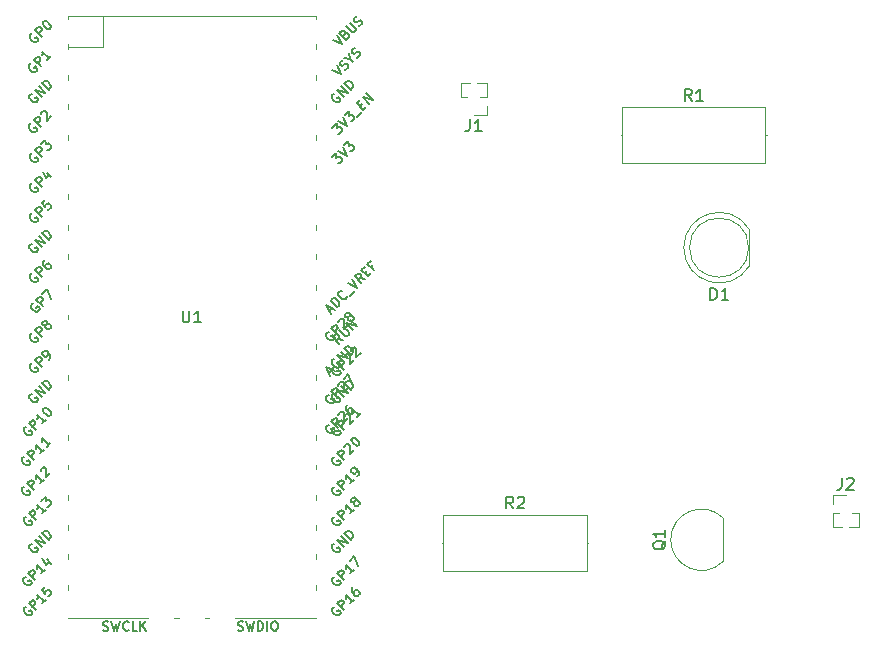
<source format=gbr>
%TF.GenerationSoftware,KiCad,Pcbnew,8.0.0*%
%TF.CreationDate,2024-03-31T23:44:17-03:00*%
%TF.ProjectId,pcb-atividade,7063622d-6174-4697-9669-646164652e6b,rev?*%
%TF.SameCoordinates,Original*%
%TF.FileFunction,Legend,Top*%
%TF.FilePolarity,Positive*%
%FSLAX46Y46*%
G04 Gerber Fmt 4.6, Leading zero omitted, Abs format (unit mm)*
G04 Created by KiCad (PCBNEW 8.0.0) date 2024-03-31 23:44:17*
%MOMM*%
%LPD*%
G01*
G04 APERTURE LIST*
%ADD10C,0.150000*%
%ADD11C,0.120000*%
G04 APERTURE END LIST*
D10*
X146166666Y-87989819D02*
X146166666Y-88704104D01*
X146166666Y-88704104D02*
X146119047Y-88846961D01*
X146119047Y-88846961D02*
X146023809Y-88942200D01*
X146023809Y-88942200D02*
X145880952Y-88989819D01*
X145880952Y-88989819D02*
X145785714Y-88989819D01*
X146595238Y-88085057D02*
X146642857Y-88037438D01*
X146642857Y-88037438D02*
X146738095Y-87989819D01*
X146738095Y-87989819D02*
X146976190Y-87989819D01*
X146976190Y-87989819D02*
X147071428Y-88037438D01*
X147071428Y-88037438D02*
X147119047Y-88085057D01*
X147119047Y-88085057D02*
X147166666Y-88180295D01*
X147166666Y-88180295D02*
X147166666Y-88275533D01*
X147166666Y-88275533D02*
X147119047Y-88418390D01*
X147119047Y-88418390D02*
X146547619Y-88989819D01*
X146547619Y-88989819D02*
X147166666Y-88989819D01*
X133453333Y-56084819D02*
X133120000Y-55608628D01*
X132881905Y-56084819D02*
X132881905Y-55084819D01*
X132881905Y-55084819D02*
X133262857Y-55084819D01*
X133262857Y-55084819D02*
X133358095Y-55132438D01*
X133358095Y-55132438D02*
X133405714Y-55180057D01*
X133405714Y-55180057D02*
X133453333Y-55275295D01*
X133453333Y-55275295D02*
X133453333Y-55418152D01*
X133453333Y-55418152D02*
X133405714Y-55513390D01*
X133405714Y-55513390D02*
X133358095Y-55561009D01*
X133358095Y-55561009D02*
X133262857Y-55608628D01*
X133262857Y-55608628D02*
X132881905Y-55608628D01*
X134405714Y-56084819D02*
X133834286Y-56084819D01*
X134120000Y-56084819D02*
X134120000Y-55084819D01*
X134120000Y-55084819D02*
X134024762Y-55227676D01*
X134024762Y-55227676D02*
X133929524Y-55322914D01*
X133929524Y-55322914D02*
X133834286Y-55370533D01*
X118333333Y-90584819D02*
X118000000Y-90108628D01*
X117761905Y-90584819D02*
X117761905Y-89584819D01*
X117761905Y-89584819D02*
X118142857Y-89584819D01*
X118142857Y-89584819D02*
X118238095Y-89632438D01*
X118238095Y-89632438D02*
X118285714Y-89680057D01*
X118285714Y-89680057D02*
X118333333Y-89775295D01*
X118333333Y-89775295D02*
X118333333Y-89918152D01*
X118333333Y-89918152D02*
X118285714Y-90013390D01*
X118285714Y-90013390D02*
X118238095Y-90061009D01*
X118238095Y-90061009D02*
X118142857Y-90108628D01*
X118142857Y-90108628D02*
X117761905Y-90108628D01*
X118714286Y-89680057D02*
X118761905Y-89632438D01*
X118761905Y-89632438D02*
X118857143Y-89584819D01*
X118857143Y-89584819D02*
X119095238Y-89584819D01*
X119095238Y-89584819D02*
X119190476Y-89632438D01*
X119190476Y-89632438D02*
X119238095Y-89680057D01*
X119238095Y-89680057D02*
X119285714Y-89775295D01*
X119285714Y-89775295D02*
X119285714Y-89870533D01*
X119285714Y-89870533D02*
X119238095Y-90013390D01*
X119238095Y-90013390D02*
X118666667Y-90584819D01*
X118666667Y-90584819D02*
X119285714Y-90584819D01*
X90348095Y-73824819D02*
X90348095Y-74634342D01*
X90348095Y-74634342D02*
X90395714Y-74729580D01*
X90395714Y-74729580D02*
X90443333Y-74777200D01*
X90443333Y-74777200D02*
X90538571Y-74824819D01*
X90538571Y-74824819D02*
X90729047Y-74824819D01*
X90729047Y-74824819D02*
X90824285Y-74777200D01*
X90824285Y-74777200D02*
X90871904Y-74729580D01*
X90871904Y-74729580D02*
X90919523Y-74634342D01*
X90919523Y-74634342D02*
X90919523Y-73824819D01*
X91919523Y-74824819D02*
X91348095Y-74824819D01*
X91633809Y-74824819D02*
X91633809Y-73824819D01*
X91633809Y-73824819D02*
X91538571Y-73967676D01*
X91538571Y-73967676D02*
X91443333Y-74062914D01*
X91443333Y-74062914D02*
X91348095Y-74110533D01*
X77053998Y-96350868D02*
X76973185Y-96377805D01*
X76973185Y-96377805D02*
X76892373Y-96458618D01*
X76892373Y-96458618D02*
X76838498Y-96566367D01*
X76838498Y-96566367D02*
X76838498Y-96674117D01*
X76838498Y-96674117D02*
X76865436Y-96754929D01*
X76865436Y-96754929D02*
X76946248Y-96889616D01*
X76946248Y-96889616D02*
X77027060Y-96970428D01*
X77027060Y-96970428D02*
X77161747Y-97051241D01*
X77161747Y-97051241D02*
X77242560Y-97078178D01*
X77242560Y-97078178D02*
X77350309Y-97078178D01*
X77350309Y-97078178D02*
X77458059Y-97024303D01*
X77458059Y-97024303D02*
X77511934Y-96970428D01*
X77511934Y-96970428D02*
X77565808Y-96862679D01*
X77565808Y-96862679D02*
X77565808Y-96808804D01*
X77565808Y-96808804D02*
X77377247Y-96620242D01*
X77377247Y-96620242D02*
X77269497Y-96727992D01*
X77862120Y-96620242D02*
X77296434Y-96054557D01*
X77296434Y-96054557D02*
X77511934Y-95839057D01*
X77511934Y-95839057D02*
X77592746Y-95812120D01*
X77592746Y-95812120D02*
X77646621Y-95812120D01*
X77646621Y-95812120D02*
X77727433Y-95839057D01*
X77727433Y-95839057D02*
X77808245Y-95919870D01*
X77808245Y-95919870D02*
X77835182Y-96000682D01*
X77835182Y-96000682D02*
X77835182Y-96054557D01*
X77835182Y-96054557D02*
X77808245Y-96135369D01*
X77808245Y-96135369D02*
X77592746Y-96350868D01*
X78724117Y-95758245D02*
X78400868Y-96081494D01*
X78562492Y-95919870D02*
X77996807Y-95354184D01*
X77996807Y-95354184D02*
X78023744Y-95488871D01*
X78023744Y-95488871D02*
X78023744Y-95596621D01*
X78023744Y-95596621D02*
X77996807Y-95677433D01*
X78831866Y-94896248D02*
X79208990Y-95273372D01*
X78481680Y-94815436D02*
X78751054Y-95354184D01*
X78751054Y-95354184D02*
X79101240Y-95003998D01*
X83600475Y-100894200D02*
X83714761Y-100932295D01*
X83714761Y-100932295D02*
X83905237Y-100932295D01*
X83905237Y-100932295D02*
X83981428Y-100894200D01*
X83981428Y-100894200D02*
X84019523Y-100856104D01*
X84019523Y-100856104D02*
X84057618Y-100779914D01*
X84057618Y-100779914D02*
X84057618Y-100703723D01*
X84057618Y-100703723D02*
X84019523Y-100627533D01*
X84019523Y-100627533D02*
X83981428Y-100589438D01*
X83981428Y-100589438D02*
X83905237Y-100551342D01*
X83905237Y-100551342D02*
X83752856Y-100513247D01*
X83752856Y-100513247D02*
X83676666Y-100475152D01*
X83676666Y-100475152D02*
X83638571Y-100437057D01*
X83638571Y-100437057D02*
X83600475Y-100360866D01*
X83600475Y-100360866D02*
X83600475Y-100284676D01*
X83600475Y-100284676D02*
X83638571Y-100208485D01*
X83638571Y-100208485D02*
X83676666Y-100170390D01*
X83676666Y-100170390D02*
X83752856Y-100132295D01*
X83752856Y-100132295D02*
X83943333Y-100132295D01*
X83943333Y-100132295D02*
X84057618Y-100170390D01*
X84324285Y-100132295D02*
X84514761Y-100932295D01*
X84514761Y-100932295D02*
X84667142Y-100360866D01*
X84667142Y-100360866D02*
X84819523Y-100932295D01*
X84819523Y-100932295D02*
X85010000Y-100132295D01*
X85771905Y-100856104D02*
X85733809Y-100894200D01*
X85733809Y-100894200D02*
X85619524Y-100932295D01*
X85619524Y-100932295D02*
X85543333Y-100932295D01*
X85543333Y-100932295D02*
X85429047Y-100894200D01*
X85429047Y-100894200D02*
X85352857Y-100818009D01*
X85352857Y-100818009D02*
X85314762Y-100741819D01*
X85314762Y-100741819D02*
X85276666Y-100589438D01*
X85276666Y-100589438D02*
X85276666Y-100475152D01*
X85276666Y-100475152D02*
X85314762Y-100322771D01*
X85314762Y-100322771D02*
X85352857Y-100246580D01*
X85352857Y-100246580D02*
X85429047Y-100170390D01*
X85429047Y-100170390D02*
X85543333Y-100132295D01*
X85543333Y-100132295D02*
X85619524Y-100132295D01*
X85619524Y-100132295D02*
X85733809Y-100170390D01*
X85733809Y-100170390D02*
X85771905Y-100208485D01*
X86495714Y-100932295D02*
X86114762Y-100932295D01*
X86114762Y-100932295D02*
X86114762Y-100132295D01*
X86762381Y-100932295D02*
X86762381Y-100132295D01*
X87219524Y-100932295D02*
X86876666Y-100475152D01*
X87219524Y-100132295D02*
X86762381Y-100589438D01*
X77623372Y-78301494D02*
X77542560Y-78328431D01*
X77542560Y-78328431D02*
X77461748Y-78409243D01*
X77461748Y-78409243D02*
X77407873Y-78516993D01*
X77407873Y-78516993D02*
X77407873Y-78624742D01*
X77407873Y-78624742D02*
X77434810Y-78705555D01*
X77434810Y-78705555D02*
X77515623Y-78840242D01*
X77515623Y-78840242D02*
X77596435Y-78921054D01*
X77596435Y-78921054D02*
X77731122Y-79001866D01*
X77731122Y-79001866D02*
X77811934Y-79028803D01*
X77811934Y-79028803D02*
X77919684Y-79028803D01*
X77919684Y-79028803D02*
X78027433Y-78974929D01*
X78027433Y-78974929D02*
X78081308Y-78921054D01*
X78081308Y-78921054D02*
X78135183Y-78813304D01*
X78135183Y-78813304D02*
X78135183Y-78759429D01*
X78135183Y-78759429D02*
X77946621Y-78570868D01*
X77946621Y-78570868D02*
X77838871Y-78678617D01*
X78431494Y-78570868D02*
X77865809Y-78005182D01*
X77865809Y-78005182D02*
X78081308Y-77789683D01*
X78081308Y-77789683D02*
X78162120Y-77762746D01*
X78162120Y-77762746D02*
X78215995Y-77762746D01*
X78215995Y-77762746D02*
X78296807Y-77789683D01*
X78296807Y-77789683D02*
X78377619Y-77870495D01*
X78377619Y-77870495D02*
X78404557Y-77951307D01*
X78404557Y-77951307D02*
X78404557Y-78005182D01*
X78404557Y-78005182D02*
X78377619Y-78085994D01*
X78377619Y-78085994D02*
X78162120Y-78301494D01*
X79024117Y-77978245D02*
X79131867Y-77870495D01*
X79131867Y-77870495D02*
X79158804Y-77789683D01*
X79158804Y-77789683D02*
X79158804Y-77735808D01*
X79158804Y-77735808D02*
X79131867Y-77601121D01*
X79131867Y-77601121D02*
X79051054Y-77466434D01*
X79051054Y-77466434D02*
X78835555Y-77250935D01*
X78835555Y-77250935D02*
X78754743Y-77223998D01*
X78754743Y-77223998D02*
X78700868Y-77223998D01*
X78700868Y-77223998D02*
X78620056Y-77250935D01*
X78620056Y-77250935D02*
X78512306Y-77358685D01*
X78512306Y-77358685D02*
X78485369Y-77439497D01*
X78485369Y-77439497D02*
X78485369Y-77493372D01*
X78485369Y-77493372D02*
X78512306Y-77574184D01*
X78512306Y-77574184D02*
X78646993Y-77708871D01*
X78646993Y-77708871D02*
X78727806Y-77735808D01*
X78727806Y-77735808D02*
X78781680Y-77735808D01*
X78781680Y-77735808D02*
X78862493Y-77708871D01*
X78862493Y-77708871D02*
X78970242Y-77601121D01*
X78970242Y-77601121D02*
X78997180Y-77520309D01*
X78997180Y-77520309D02*
X78997180Y-77466434D01*
X78997180Y-77466434D02*
X78970242Y-77385622D01*
X77623372Y-70681494D02*
X77542560Y-70708431D01*
X77542560Y-70708431D02*
X77461748Y-70789243D01*
X77461748Y-70789243D02*
X77407873Y-70896993D01*
X77407873Y-70896993D02*
X77407873Y-71004742D01*
X77407873Y-71004742D02*
X77434810Y-71085555D01*
X77434810Y-71085555D02*
X77515623Y-71220242D01*
X77515623Y-71220242D02*
X77596435Y-71301054D01*
X77596435Y-71301054D02*
X77731122Y-71381866D01*
X77731122Y-71381866D02*
X77811934Y-71408803D01*
X77811934Y-71408803D02*
X77919684Y-71408803D01*
X77919684Y-71408803D02*
X78027433Y-71354929D01*
X78027433Y-71354929D02*
X78081308Y-71301054D01*
X78081308Y-71301054D02*
X78135183Y-71193304D01*
X78135183Y-71193304D02*
X78135183Y-71139429D01*
X78135183Y-71139429D02*
X77946621Y-70950868D01*
X77946621Y-70950868D02*
X77838871Y-71058617D01*
X78431494Y-70950868D02*
X77865809Y-70385182D01*
X77865809Y-70385182D02*
X78081308Y-70169683D01*
X78081308Y-70169683D02*
X78162120Y-70142746D01*
X78162120Y-70142746D02*
X78215995Y-70142746D01*
X78215995Y-70142746D02*
X78296807Y-70169683D01*
X78296807Y-70169683D02*
X78377619Y-70250495D01*
X78377619Y-70250495D02*
X78404557Y-70331307D01*
X78404557Y-70331307D02*
X78404557Y-70385182D01*
X78404557Y-70385182D02*
X78377619Y-70465994D01*
X78377619Y-70465994D02*
X78162120Y-70681494D01*
X78673931Y-69577060D02*
X78566181Y-69684810D01*
X78566181Y-69684810D02*
X78539244Y-69765622D01*
X78539244Y-69765622D02*
X78539244Y-69819497D01*
X78539244Y-69819497D02*
X78566181Y-69954184D01*
X78566181Y-69954184D02*
X78646993Y-70088871D01*
X78646993Y-70088871D02*
X78862493Y-70304370D01*
X78862493Y-70304370D02*
X78943305Y-70331307D01*
X78943305Y-70331307D02*
X78997180Y-70331307D01*
X78997180Y-70331307D02*
X79077992Y-70304370D01*
X79077992Y-70304370D02*
X79185741Y-70196620D01*
X79185741Y-70196620D02*
X79212679Y-70115808D01*
X79212679Y-70115808D02*
X79212679Y-70061933D01*
X79212679Y-70061933D02*
X79185741Y-69981121D01*
X79185741Y-69981121D02*
X79051054Y-69846434D01*
X79051054Y-69846434D02*
X78970242Y-69819497D01*
X78970242Y-69819497D02*
X78916367Y-69819497D01*
X78916367Y-69819497D02*
X78835555Y-69846434D01*
X78835555Y-69846434D02*
X78727806Y-69954184D01*
X78727806Y-69954184D02*
X78700868Y-70034996D01*
X78700868Y-70034996D02*
X78700868Y-70088871D01*
X78700868Y-70088871D02*
X78727806Y-70169683D01*
X77623372Y-75761494D02*
X77542560Y-75788431D01*
X77542560Y-75788431D02*
X77461748Y-75869243D01*
X77461748Y-75869243D02*
X77407873Y-75976993D01*
X77407873Y-75976993D02*
X77407873Y-76084742D01*
X77407873Y-76084742D02*
X77434810Y-76165555D01*
X77434810Y-76165555D02*
X77515623Y-76300242D01*
X77515623Y-76300242D02*
X77596435Y-76381054D01*
X77596435Y-76381054D02*
X77731122Y-76461866D01*
X77731122Y-76461866D02*
X77811934Y-76488803D01*
X77811934Y-76488803D02*
X77919684Y-76488803D01*
X77919684Y-76488803D02*
X78027433Y-76434929D01*
X78027433Y-76434929D02*
X78081308Y-76381054D01*
X78081308Y-76381054D02*
X78135183Y-76273304D01*
X78135183Y-76273304D02*
X78135183Y-76219429D01*
X78135183Y-76219429D02*
X77946621Y-76030868D01*
X77946621Y-76030868D02*
X77838871Y-76138617D01*
X78431494Y-76030868D02*
X77865809Y-75465182D01*
X77865809Y-75465182D02*
X78081308Y-75249683D01*
X78081308Y-75249683D02*
X78162120Y-75222746D01*
X78162120Y-75222746D02*
X78215995Y-75222746D01*
X78215995Y-75222746D02*
X78296807Y-75249683D01*
X78296807Y-75249683D02*
X78377619Y-75330495D01*
X78377619Y-75330495D02*
X78404557Y-75411307D01*
X78404557Y-75411307D02*
X78404557Y-75465182D01*
X78404557Y-75465182D02*
X78377619Y-75545994D01*
X78377619Y-75545994D02*
X78162120Y-75761494D01*
X78754743Y-75061121D02*
X78673931Y-75088059D01*
X78673931Y-75088059D02*
X78620056Y-75088059D01*
X78620056Y-75088059D02*
X78539244Y-75061121D01*
X78539244Y-75061121D02*
X78512306Y-75034184D01*
X78512306Y-75034184D02*
X78485369Y-74953372D01*
X78485369Y-74953372D02*
X78485369Y-74899497D01*
X78485369Y-74899497D02*
X78512306Y-74818685D01*
X78512306Y-74818685D02*
X78620056Y-74710935D01*
X78620056Y-74710935D02*
X78700868Y-74683998D01*
X78700868Y-74683998D02*
X78754743Y-74683998D01*
X78754743Y-74683998D02*
X78835555Y-74710935D01*
X78835555Y-74710935D02*
X78862493Y-74737872D01*
X78862493Y-74737872D02*
X78889430Y-74818685D01*
X78889430Y-74818685D02*
X78889430Y-74872559D01*
X78889430Y-74872559D02*
X78862493Y-74953372D01*
X78862493Y-74953372D02*
X78754743Y-75061121D01*
X78754743Y-75061121D02*
X78727806Y-75141933D01*
X78727806Y-75141933D02*
X78727806Y-75195808D01*
X78727806Y-75195808D02*
X78754743Y-75276620D01*
X78754743Y-75276620D02*
X78862493Y-75384370D01*
X78862493Y-75384370D02*
X78943305Y-75411307D01*
X78943305Y-75411307D02*
X78997180Y-75411307D01*
X78997180Y-75411307D02*
X79077992Y-75384370D01*
X79077992Y-75384370D02*
X79185741Y-75276620D01*
X79185741Y-75276620D02*
X79212679Y-75195808D01*
X79212679Y-75195808D02*
X79212679Y-75141933D01*
X79212679Y-75141933D02*
X79185741Y-75061121D01*
X79185741Y-75061121D02*
X79077992Y-74953372D01*
X79077992Y-74953372D02*
X78997180Y-74926434D01*
X78997180Y-74926434D02*
X78943305Y-74926434D01*
X78943305Y-74926434D02*
X78862493Y-74953372D01*
X103207998Y-86190868D02*
X103127185Y-86217805D01*
X103127185Y-86217805D02*
X103046373Y-86298618D01*
X103046373Y-86298618D02*
X102992498Y-86406367D01*
X102992498Y-86406367D02*
X102992498Y-86514117D01*
X102992498Y-86514117D02*
X103019436Y-86594929D01*
X103019436Y-86594929D02*
X103100248Y-86729616D01*
X103100248Y-86729616D02*
X103181060Y-86810428D01*
X103181060Y-86810428D02*
X103315747Y-86891241D01*
X103315747Y-86891241D02*
X103396560Y-86918178D01*
X103396560Y-86918178D02*
X103504309Y-86918178D01*
X103504309Y-86918178D02*
X103612059Y-86864303D01*
X103612059Y-86864303D02*
X103665934Y-86810428D01*
X103665934Y-86810428D02*
X103719808Y-86702679D01*
X103719808Y-86702679D02*
X103719808Y-86648804D01*
X103719808Y-86648804D02*
X103531247Y-86460242D01*
X103531247Y-86460242D02*
X103423497Y-86567992D01*
X104016120Y-86460242D02*
X103450434Y-85894557D01*
X103450434Y-85894557D02*
X103665934Y-85679057D01*
X103665934Y-85679057D02*
X103746746Y-85652120D01*
X103746746Y-85652120D02*
X103800621Y-85652120D01*
X103800621Y-85652120D02*
X103881433Y-85679057D01*
X103881433Y-85679057D02*
X103962245Y-85759870D01*
X103962245Y-85759870D02*
X103989182Y-85840682D01*
X103989182Y-85840682D02*
X103989182Y-85894557D01*
X103989182Y-85894557D02*
X103962245Y-85975369D01*
X103962245Y-85975369D02*
X103746746Y-86190868D01*
X104043057Y-85409683D02*
X104043057Y-85355809D01*
X104043057Y-85355809D02*
X104069995Y-85274996D01*
X104069995Y-85274996D02*
X104204682Y-85140309D01*
X104204682Y-85140309D02*
X104285494Y-85113372D01*
X104285494Y-85113372D02*
X104339369Y-85113372D01*
X104339369Y-85113372D02*
X104420181Y-85140309D01*
X104420181Y-85140309D02*
X104474056Y-85194184D01*
X104474056Y-85194184D02*
X104527930Y-85301934D01*
X104527930Y-85301934D02*
X104527930Y-85948431D01*
X104527930Y-85948431D02*
X104878117Y-85598245D01*
X104662618Y-84682373D02*
X104716492Y-84628499D01*
X104716492Y-84628499D02*
X104797305Y-84601561D01*
X104797305Y-84601561D02*
X104851179Y-84601561D01*
X104851179Y-84601561D02*
X104931992Y-84628499D01*
X104931992Y-84628499D02*
X105066679Y-84709311D01*
X105066679Y-84709311D02*
X105201366Y-84843998D01*
X105201366Y-84843998D02*
X105282178Y-84978685D01*
X105282178Y-84978685D02*
X105309115Y-85059497D01*
X105309115Y-85059497D02*
X105309115Y-85113372D01*
X105309115Y-85113372D02*
X105282178Y-85194184D01*
X105282178Y-85194184D02*
X105228303Y-85248059D01*
X105228303Y-85248059D02*
X105147491Y-85274996D01*
X105147491Y-85274996D02*
X105093616Y-85274996D01*
X105093616Y-85274996D02*
X105012804Y-85248059D01*
X105012804Y-85248059D02*
X104878117Y-85167247D01*
X104878117Y-85167247D02*
X104743430Y-85032560D01*
X104743430Y-85032560D02*
X104662618Y-84897873D01*
X104662618Y-84897873D02*
X104635680Y-84817060D01*
X104635680Y-84817060D02*
X104635680Y-84763186D01*
X104635680Y-84763186D02*
X104662618Y-84682373D01*
X77623372Y-60521494D02*
X77542560Y-60548431D01*
X77542560Y-60548431D02*
X77461748Y-60629243D01*
X77461748Y-60629243D02*
X77407873Y-60736993D01*
X77407873Y-60736993D02*
X77407873Y-60844742D01*
X77407873Y-60844742D02*
X77434810Y-60925555D01*
X77434810Y-60925555D02*
X77515623Y-61060242D01*
X77515623Y-61060242D02*
X77596435Y-61141054D01*
X77596435Y-61141054D02*
X77731122Y-61221866D01*
X77731122Y-61221866D02*
X77811934Y-61248803D01*
X77811934Y-61248803D02*
X77919684Y-61248803D01*
X77919684Y-61248803D02*
X78027433Y-61194929D01*
X78027433Y-61194929D02*
X78081308Y-61141054D01*
X78081308Y-61141054D02*
X78135183Y-61033304D01*
X78135183Y-61033304D02*
X78135183Y-60979429D01*
X78135183Y-60979429D02*
X77946621Y-60790868D01*
X77946621Y-60790868D02*
X77838871Y-60898617D01*
X78431494Y-60790868D02*
X77865809Y-60225182D01*
X77865809Y-60225182D02*
X78081308Y-60009683D01*
X78081308Y-60009683D02*
X78162120Y-59982746D01*
X78162120Y-59982746D02*
X78215995Y-59982746D01*
X78215995Y-59982746D02*
X78296807Y-60009683D01*
X78296807Y-60009683D02*
X78377619Y-60090495D01*
X78377619Y-60090495D02*
X78404557Y-60171307D01*
X78404557Y-60171307D02*
X78404557Y-60225182D01*
X78404557Y-60225182D02*
X78377619Y-60305994D01*
X78377619Y-60305994D02*
X78162120Y-60521494D01*
X78377619Y-59713372D02*
X78727806Y-59363185D01*
X78727806Y-59363185D02*
X78754743Y-59767246D01*
X78754743Y-59767246D02*
X78835555Y-59686434D01*
X78835555Y-59686434D02*
X78916367Y-59659497D01*
X78916367Y-59659497D02*
X78970242Y-59659497D01*
X78970242Y-59659497D02*
X79051054Y-59686434D01*
X79051054Y-59686434D02*
X79185741Y-59821121D01*
X79185741Y-59821121D02*
X79212679Y-59901933D01*
X79212679Y-59901933D02*
X79212679Y-59955808D01*
X79212679Y-59955808D02*
X79185741Y-60036620D01*
X79185741Y-60036620D02*
X79024117Y-60198245D01*
X79024117Y-60198245D02*
X78943305Y-60225182D01*
X78943305Y-60225182D02*
X78889430Y-60225182D01*
X103207998Y-91270868D02*
X103127185Y-91297805D01*
X103127185Y-91297805D02*
X103046373Y-91378618D01*
X103046373Y-91378618D02*
X102992498Y-91486367D01*
X102992498Y-91486367D02*
X102992498Y-91594117D01*
X102992498Y-91594117D02*
X103019436Y-91674929D01*
X103019436Y-91674929D02*
X103100248Y-91809616D01*
X103100248Y-91809616D02*
X103181060Y-91890428D01*
X103181060Y-91890428D02*
X103315747Y-91971241D01*
X103315747Y-91971241D02*
X103396560Y-91998178D01*
X103396560Y-91998178D02*
X103504309Y-91998178D01*
X103504309Y-91998178D02*
X103612059Y-91944303D01*
X103612059Y-91944303D02*
X103665934Y-91890428D01*
X103665934Y-91890428D02*
X103719808Y-91782679D01*
X103719808Y-91782679D02*
X103719808Y-91728804D01*
X103719808Y-91728804D02*
X103531247Y-91540242D01*
X103531247Y-91540242D02*
X103423497Y-91647992D01*
X104016120Y-91540242D02*
X103450434Y-90974557D01*
X103450434Y-90974557D02*
X103665934Y-90759057D01*
X103665934Y-90759057D02*
X103746746Y-90732120D01*
X103746746Y-90732120D02*
X103800621Y-90732120D01*
X103800621Y-90732120D02*
X103881433Y-90759057D01*
X103881433Y-90759057D02*
X103962245Y-90839870D01*
X103962245Y-90839870D02*
X103989182Y-90920682D01*
X103989182Y-90920682D02*
X103989182Y-90974557D01*
X103989182Y-90974557D02*
X103962245Y-91055369D01*
X103962245Y-91055369D02*
X103746746Y-91270868D01*
X104878117Y-90678245D02*
X104554868Y-91001494D01*
X104716492Y-90839870D02*
X104150807Y-90274184D01*
X104150807Y-90274184D02*
X104177744Y-90408871D01*
X104177744Y-90408871D02*
X104177744Y-90516621D01*
X104177744Y-90516621D02*
X104150807Y-90597433D01*
X104878117Y-90031747D02*
X104797305Y-90058685D01*
X104797305Y-90058685D02*
X104743430Y-90058685D01*
X104743430Y-90058685D02*
X104662618Y-90031747D01*
X104662618Y-90031747D02*
X104635680Y-90004810D01*
X104635680Y-90004810D02*
X104608743Y-89923998D01*
X104608743Y-89923998D02*
X104608743Y-89870123D01*
X104608743Y-89870123D02*
X104635680Y-89789311D01*
X104635680Y-89789311D02*
X104743430Y-89681561D01*
X104743430Y-89681561D02*
X104824242Y-89654624D01*
X104824242Y-89654624D02*
X104878117Y-89654624D01*
X104878117Y-89654624D02*
X104958929Y-89681561D01*
X104958929Y-89681561D02*
X104985866Y-89708499D01*
X104985866Y-89708499D02*
X105012804Y-89789311D01*
X105012804Y-89789311D02*
X105012804Y-89843186D01*
X105012804Y-89843186D02*
X104985866Y-89923998D01*
X104985866Y-89923998D02*
X104878117Y-90031747D01*
X104878117Y-90031747D02*
X104851179Y-90112560D01*
X104851179Y-90112560D02*
X104851179Y-90166434D01*
X104851179Y-90166434D02*
X104878117Y-90247247D01*
X104878117Y-90247247D02*
X104985866Y-90354996D01*
X104985866Y-90354996D02*
X105066679Y-90381934D01*
X105066679Y-90381934D02*
X105120553Y-90381934D01*
X105120553Y-90381934D02*
X105201366Y-90354996D01*
X105201366Y-90354996D02*
X105309115Y-90247247D01*
X105309115Y-90247247D02*
X105336053Y-90166434D01*
X105336053Y-90166434D02*
X105336053Y-90112560D01*
X105336053Y-90112560D02*
X105309115Y-90031747D01*
X105309115Y-90031747D02*
X105201366Y-89923998D01*
X105201366Y-89923998D02*
X105120553Y-89897060D01*
X105120553Y-89897060D02*
X105066679Y-89897060D01*
X105066679Y-89897060D02*
X104985866Y-89923998D01*
X103196435Y-55468431D02*
X103115623Y-55495368D01*
X103115623Y-55495368D02*
X103034811Y-55576180D01*
X103034811Y-55576180D02*
X102980936Y-55683930D01*
X102980936Y-55683930D02*
X102980936Y-55791680D01*
X102980936Y-55791680D02*
X103007873Y-55872492D01*
X103007873Y-55872492D02*
X103088685Y-56007179D01*
X103088685Y-56007179D02*
X103169498Y-56087991D01*
X103169498Y-56087991D02*
X103304185Y-56168803D01*
X103304185Y-56168803D02*
X103384997Y-56195741D01*
X103384997Y-56195741D02*
X103492746Y-56195741D01*
X103492746Y-56195741D02*
X103600496Y-56141866D01*
X103600496Y-56141866D02*
X103654371Y-56087991D01*
X103654371Y-56087991D02*
X103708246Y-55980241D01*
X103708246Y-55980241D02*
X103708246Y-55926367D01*
X103708246Y-55926367D02*
X103519684Y-55737805D01*
X103519684Y-55737805D02*
X103411934Y-55845554D01*
X104004557Y-55737805D02*
X103438872Y-55172119D01*
X103438872Y-55172119D02*
X104327806Y-55414556D01*
X104327806Y-55414556D02*
X103762120Y-54848871D01*
X104597180Y-55145182D02*
X104031494Y-54579497D01*
X104031494Y-54579497D02*
X104166181Y-54444810D01*
X104166181Y-54444810D02*
X104273931Y-54390935D01*
X104273931Y-54390935D02*
X104381680Y-54390935D01*
X104381680Y-54390935D02*
X104462493Y-54417872D01*
X104462493Y-54417872D02*
X104597180Y-54498685D01*
X104597180Y-54498685D02*
X104677992Y-54579497D01*
X104677992Y-54579497D02*
X104758804Y-54714184D01*
X104758804Y-54714184D02*
X104785741Y-54794996D01*
X104785741Y-54794996D02*
X104785741Y-54902746D01*
X104785741Y-54902746D02*
X104731867Y-55010495D01*
X104731867Y-55010495D02*
X104597180Y-55145182D01*
X77596435Y-93568431D02*
X77515623Y-93595368D01*
X77515623Y-93595368D02*
X77434811Y-93676180D01*
X77434811Y-93676180D02*
X77380936Y-93783930D01*
X77380936Y-93783930D02*
X77380936Y-93891680D01*
X77380936Y-93891680D02*
X77407873Y-93972492D01*
X77407873Y-93972492D02*
X77488685Y-94107179D01*
X77488685Y-94107179D02*
X77569498Y-94187991D01*
X77569498Y-94187991D02*
X77704185Y-94268803D01*
X77704185Y-94268803D02*
X77784997Y-94295741D01*
X77784997Y-94295741D02*
X77892746Y-94295741D01*
X77892746Y-94295741D02*
X78000496Y-94241866D01*
X78000496Y-94241866D02*
X78054371Y-94187991D01*
X78054371Y-94187991D02*
X78108246Y-94080241D01*
X78108246Y-94080241D02*
X78108246Y-94026367D01*
X78108246Y-94026367D02*
X77919684Y-93837805D01*
X77919684Y-93837805D02*
X77811934Y-93945554D01*
X78404557Y-93837805D02*
X77838872Y-93272119D01*
X77838872Y-93272119D02*
X78727806Y-93514556D01*
X78727806Y-93514556D02*
X78162120Y-92948871D01*
X78997180Y-93245182D02*
X78431494Y-92679497D01*
X78431494Y-92679497D02*
X78566181Y-92544810D01*
X78566181Y-92544810D02*
X78673931Y-92490935D01*
X78673931Y-92490935D02*
X78781680Y-92490935D01*
X78781680Y-92490935D02*
X78862493Y-92517872D01*
X78862493Y-92517872D02*
X78997180Y-92598685D01*
X78997180Y-92598685D02*
X79077992Y-92679497D01*
X79077992Y-92679497D02*
X79158804Y-92814184D01*
X79158804Y-92814184D02*
X79185741Y-92894996D01*
X79185741Y-92894996D02*
X79185741Y-93002746D01*
X79185741Y-93002746D02*
X79131867Y-93110495D01*
X79131867Y-93110495D02*
X78997180Y-93245182D01*
X77099998Y-98890868D02*
X77019185Y-98917805D01*
X77019185Y-98917805D02*
X76938373Y-98998618D01*
X76938373Y-98998618D02*
X76884498Y-99106367D01*
X76884498Y-99106367D02*
X76884498Y-99214117D01*
X76884498Y-99214117D02*
X76911436Y-99294929D01*
X76911436Y-99294929D02*
X76992248Y-99429616D01*
X76992248Y-99429616D02*
X77073060Y-99510428D01*
X77073060Y-99510428D02*
X77207747Y-99591241D01*
X77207747Y-99591241D02*
X77288560Y-99618178D01*
X77288560Y-99618178D02*
X77396309Y-99618178D01*
X77396309Y-99618178D02*
X77504059Y-99564303D01*
X77504059Y-99564303D02*
X77557934Y-99510428D01*
X77557934Y-99510428D02*
X77611808Y-99402679D01*
X77611808Y-99402679D02*
X77611808Y-99348804D01*
X77611808Y-99348804D02*
X77423247Y-99160242D01*
X77423247Y-99160242D02*
X77315497Y-99267992D01*
X77908120Y-99160242D02*
X77342434Y-98594557D01*
X77342434Y-98594557D02*
X77557934Y-98379057D01*
X77557934Y-98379057D02*
X77638746Y-98352120D01*
X77638746Y-98352120D02*
X77692621Y-98352120D01*
X77692621Y-98352120D02*
X77773433Y-98379057D01*
X77773433Y-98379057D02*
X77854245Y-98459870D01*
X77854245Y-98459870D02*
X77881182Y-98540682D01*
X77881182Y-98540682D02*
X77881182Y-98594557D01*
X77881182Y-98594557D02*
X77854245Y-98675369D01*
X77854245Y-98675369D02*
X77638746Y-98890868D01*
X78770117Y-98298245D02*
X78446868Y-98621494D01*
X78608492Y-98459870D02*
X78042807Y-97894184D01*
X78042807Y-97894184D02*
X78069744Y-98028871D01*
X78069744Y-98028871D02*
X78069744Y-98136621D01*
X78069744Y-98136621D02*
X78042807Y-98217433D01*
X78716242Y-97220749D02*
X78446868Y-97490123D01*
X78446868Y-97490123D02*
X78689305Y-97786434D01*
X78689305Y-97786434D02*
X78689305Y-97732560D01*
X78689305Y-97732560D02*
X78716242Y-97651747D01*
X78716242Y-97651747D02*
X78850929Y-97517060D01*
X78850929Y-97517060D02*
X78931741Y-97490123D01*
X78931741Y-97490123D02*
X78985616Y-97490123D01*
X78985616Y-97490123D02*
X79066428Y-97517060D01*
X79066428Y-97517060D02*
X79201115Y-97651747D01*
X79201115Y-97651747D02*
X79228053Y-97732560D01*
X79228053Y-97732560D02*
X79228053Y-97786434D01*
X79228053Y-97786434D02*
X79201115Y-97867247D01*
X79201115Y-97867247D02*
X79066428Y-98001934D01*
X79066428Y-98001934D02*
X78985616Y-98028871D01*
X78985616Y-98028871D02*
X78931741Y-98028871D01*
X77596435Y-55468431D02*
X77515623Y-55495368D01*
X77515623Y-55495368D02*
X77434811Y-55576180D01*
X77434811Y-55576180D02*
X77380936Y-55683930D01*
X77380936Y-55683930D02*
X77380936Y-55791680D01*
X77380936Y-55791680D02*
X77407873Y-55872492D01*
X77407873Y-55872492D02*
X77488685Y-56007179D01*
X77488685Y-56007179D02*
X77569498Y-56087991D01*
X77569498Y-56087991D02*
X77704185Y-56168803D01*
X77704185Y-56168803D02*
X77784997Y-56195741D01*
X77784997Y-56195741D02*
X77892746Y-56195741D01*
X77892746Y-56195741D02*
X78000496Y-56141866D01*
X78000496Y-56141866D02*
X78054371Y-56087991D01*
X78054371Y-56087991D02*
X78108246Y-55980241D01*
X78108246Y-55980241D02*
X78108246Y-55926367D01*
X78108246Y-55926367D02*
X77919684Y-55737805D01*
X77919684Y-55737805D02*
X77811934Y-55845554D01*
X78404557Y-55737805D02*
X77838872Y-55172119D01*
X77838872Y-55172119D02*
X78727806Y-55414556D01*
X78727806Y-55414556D02*
X78162120Y-54848871D01*
X78997180Y-55145182D02*
X78431494Y-54579497D01*
X78431494Y-54579497D02*
X78566181Y-54444810D01*
X78566181Y-54444810D02*
X78673931Y-54390935D01*
X78673931Y-54390935D02*
X78781680Y-54390935D01*
X78781680Y-54390935D02*
X78862493Y-54417872D01*
X78862493Y-54417872D02*
X78997180Y-54498685D01*
X78997180Y-54498685D02*
X79077992Y-54579497D01*
X79077992Y-54579497D02*
X79158804Y-54714184D01*
X79158804Y-54714184D02*
X79185741Y-54794996D01*
X79185741Y-54794996D02*
X79185741Y-54902746D01*
X79185741Y-54902746D02*
X79131867Y-55010495D01*
X79131867Y-55010495D02*
X78997180Y-55145182D01*
X77523372Y-57981494D02*
X77442560Y-58008431D01*
X77442560Y-58008431D02*
X77361748Y-58089243D01*
X77361748Y-58089243D02*
X77307873Y-58196993D01*
X77307873Y-58196993D02*
X77307873Y-58304742D01*
X77307873Y-58304742D02*
X77334810Y-58385555D01*
X77334810Y-58385555D02*
X77415623Y-58520242D01*
X77415623Y-58520242D02*
X77496435Y-58601054D01*
X77496435Y-58601054D02*
X77631122Y-58681866D01*
X77631122Y-58681866D02*
X77711934Y-58708803D01*
X77711934Y-58708803D02*
X77819684Y-58708803D01*
X77819684Y-58708803D02*
X77927433Y-58654929D01*
X77927433Y-58654929D02*
X77981308Y-58601054D01*
X77981308Y-58601054D02*
X78035183Y-58493304D01*
X78035183Y-58493304D02*
X78035183Y-58439429D01*
X78035183Y-58439429D02*
X77846621Y-58250868D01*
X77846621Y-58250868D02*
X77738871Y-58358617D01*
X78331494Y-58250868D02*
X77765809Y-57685182D01*
X77765809Y-57685182D02*
X77981308Y-57469683D01*
X77981308Y-57469683D02*
X78062120Y-57442746D01*
X78062120Y-57442746D02*
X78115995Y-57442746D01*
X78115995Y-57442746D02*
X78196807Y-57469683D01*
X78196807Y-57469683D02*
X78277619Y-57550495D01*
X78277619Y-57550495D02*
X78304557Y-57631307D01*
X78304557Y-57631307D02*
X78304557Y-57685182D01*
X78304557Y-57685182D02*
X78277619Y-57765994D01*
X78277619Y-57765994D02*
X78062120Y-57981494D01*
X78358432Y-57200309D02*
X78358432Y-57146434D01*
X78358432Y-57146434D02*
X78385369Y-57065622D01*
X78385369Y-57065622D02*
X78520056Y-56930935D01*
X78520056Y-56930935D02*
X78600868Y-56903998D01*
X78600868Y-56903998D02*
X78654743Y-56903998D01*
X78654743Y-56903998D02*
X78735555Y-56930935D01*
X78735555Y-56930935D02*
X78789430Y-56984810D01*
X78789430Y-56984810D02*
X78843305Y-57092559D01*
X78843305Y-57092559D02*
X78843305Y-57739057D01*
X78843305Y-57739057D02*
X79193491Y-57388871D01*
X102707998Y-83490868D02*
X102627185Y-83517805D01*
X102627185Y-83517805D02*
X102546373Y-83598618D01*
X102546373Y-83598618D02*
X102492498Y-83706367D01*
X102492498Y-83706367D02*
X102492498Y-83814117D01*
X102492498Y-83814117D02*
X102519436Y-83894929D01*
X102519436Y-83894929D02*
X102600248Y-84029616D01*
X102600248Y-84029616D02*
X102681060Y-84110428D01*
X102681060Y-84110428D02*
X102815747Y-84191241D01*
X102815747Y-84191241D02*
X102896560Y-84218178D01*
X102896560Y-84218178D02*
X103004309Y-84218178D01*
X103004309Y-84218178D02*
X103112059Y-84164303D01*
X103112059Y-84164303D02*
X103165934Y-84110428D01*
X103165934Y-84110428D02*
X103219808Y-84002679D01*
X103219808Y-84002679D02*
X103219808Y-83948804D01*
X103219808Y-83948804D02*
X103031247Y-83760242D01*
X103031247Y-83760242D02*
X102923497Y-83867992D01*
X103516120Y-83760242D02*
X102950434Y-83194557D01*
X102950434Y-83194557D02*
X103165934Y-82979057D01*
X103165934Y-82979057D02*
X103246746Y-82952120D01*
X103246746Y-82952120D02*
X103300621Y-82952120D01*
X103300621Y-82952120D02*
X103381433Y-82979057D01*
X103381433Y-82979057D02*
X103462245Y-83059870D01*
X103462245Y-83059870D02*
X103489182Y-83140682D01*
X103489182Y-83140682D02*
X103489182Y-83194557D01*
X103489182Y-83194557D02*
X103462245Y-83275369D01*
X103462245Y-83275369D02*
X103246746Y-83490868D01*
X103543057Y-82709683D02*
X103543057Y-82655809D01*
X103543057Y-82655809D02*
X103569995Y-82574996D01*
X103569995Y-82574996D02*
X103704682Y-82440309D01*
X103704682Y-82440309D02*
X103785494Y-82413372D01*
X103785494Y-82413372D02*
X103839369Y-82413372D01*
X103839369Y-82413372D02*
X103920181Y-82440309D01*
X103920181Y-82440309D02*
X103974056Y-82494184D01*
X103974056Y-82494184D02*
X104027930Y-82601934D01*
X104027930Y-82601934D02*
X104027930Y-83248431D01*
X104027930Y-83248431D02*
X104378117Y-82898245D01*
X104297305Y-81847686D02*
X104189555Y-81955436D01*
X104189555Y-81955436D02*
X104162618Y-82036248D01*
X104162618Y-82036248D02*
X104162618Y-82090123D01*
X104162618Y-82090123D02*
X104189555Y-82224810D01*
X104189555Y-82224810D02*
X104270367Y-82359497D01*
X104270367Y-82359497D02*
X104485866Y-82574996D01*
X104485866Y-82574996D02*
X104566679Y-82601934D01*
X104566679Y-82601934D02*
X104620553Y-82601934D01*
X104620553Y-82601934D02*
X104701366Y-82574996D01*
X104701366Y-82574996D02*
X104809115Y-82467247D01*
X104809115Y-82467247D02*
X104836053Y-82386434D01*
X104836053Y-82386434D02*
X104836053Y-82332560D01*
X104836053Y-82332560D02*
X104809115Y-82251747D01*
X104809115Y-82251747D02*
X104674428Y-82117060D01*
X104674428Y-82117060D02*
X104593616Y-82090123D01*
X104593616Y-82090123D02*
X104539741Y-82090123D01*
X104539741Y-82090123D02*
X104458929Y-82117060D01*
X104458929Y-82117060D02*
X104351179Y-82224810D01*
X104351179Y-82224810D02*
X104324242Y-82305622D01*
X104324242Y-82305622D02*
X104324242Y-82359497D01*
X104324242Y-82359497D02*
X104351179Y-82440309D01*
X103207998Y-83660868D02*
X103127185Y-83687805D01*
X103127185Y-83687805D02*
X103046373Y-83768618D01*
X103046373Y-83768618D02*
X102992498Y-83876367D01*
X102992498Y-83876367D02*
X102992498Y-83984117D01*
X102992498Y-83984117D02*
X103019436Y-84064929D01*
X103019436Y-84064929D02*
X103100248Y-84199616D01*
X103100248Y-84199616D02*
X103181060Y-84280428D01*
X103181060Y-84280428D02*
X103315747Y-84361241D01*
X103315747Y-84361241D02*
X103396560Y-84388178D01*
X103396560Y-84388178D02*
X103504309Y-84388178D01*
X103504309Y-84388178D02*
X103612059Y-84334303D01*
X103612059Y-84334303D02*
X103665934Y-84280428D01*
X103665934Y-84280428D02*
X103719808Y-84172679D01*
X103719808Y-84172679D02*
X103719808Y-84118804D01*
X103719808Y-84118804D02*
X103531247Y-83930242D01*
X103531247Y-83930242D02*
X103423497Y-84037992D01*
X104016120Y-83930242D02*
X103450434Y-83364557D01*
X103450434Y-83364557D02*
X103665934Y-83149057D01*
X103665934Y-83149057D02*
X103746746Y-83122120D01*
X103746746Y-83122120D02*
X103800621Y-83122120D01*
X103800621Y-83122120D02*
X103881433Y-83149057D01*
X103881433Y-83149057D02*
X103962245Y-83229870D01*
X103962245Y-83229870D02*
X103989182Y-83310682D01*
X103989182Y-83310682D02*
X103989182Y-83364557D01*
X103989182Y-83364557D02*
X103962245Y-83445369D01*
X103962245Y-83445369D02*
X103746746Y-83660868D01*
X104043057Y-82879683D02*
X104043057Y-82825809D01*
X104043057Y-82825809D02*
X104069995Y-82744996D01*
X104069995Y-82744996D02*
X104204682Y-82610309D01*
X104204682Y-82610309D02*
X104285494Y-82583372D01*
X104285494Y-82583372D02*
X104339369Y-82583372D01*
X104339369Y-82583372D02*
X104420181Y-82610309D01*
X104420181Y-82610309D02*
X104474056Y-82664184D01*
X104474056Y-82664184D02*
X104527930Y-82771934D01*
X104527930Y-82771934D02*
X104527930Y-83418431D01*
X104527930Y-83418431D02*
X104878117Y-83068245D01*
X105416865Y-82529497D02*
X105093616Y-82852746D01*
X105255240Y-82691121D02*
X104689555Y-82125436D01*
X104689555Y-82125436D02*
X104716492Y-82260123D01*
X104716492Y-82260123D02*
X104716492Y-82367873D01*
X104716492Y-82367873D02*
X104689555Y-82448685D01*
X103000123Y-60860868D02*
X103350309Y-60510682D01*
X103350309Y-60510682D02*
X103377247Y-60914743D01*
X103377247Y-60914743D02*
X103458059Y-60833931D01*
X103458059Y-60833931D02*
X103538871Y-60806993D01*
X103538871Y-60806993D02*
X103592746Y-60806993D01*
X103592746Y-60806993D02*
X103673558Y-60833931D01*
X103673558Y-60833931D02*
X103808245Y-60968618D01*
X103808245Y-60968618D02*
X103835182Y-61049430D01*
X103835182Y-61049430D02*
X103835182Y-61103305D01*
X103835182Y-61103305D02*
X103808245Y-61184117D01*
X103808245Y-61184117D02*
X103646621Y-61345741D01*
X103646621Y-61345741D02*
X103565808Y-61372679D01*
X103565808Y-61372679D02*
X103511934Y-61372679D01*
X103511934Y-60349057D02*
X104266181Y-60726181D01*
X104266181Y-60726181D02*
X103889057Y-59971934D01*
X104023744Y-59837247D02*
X104373930Y-59487061D01*
X104373930Y-59487061D02*
X104400868Y-59891122D01*
X104400868Y-59891122D02*
X104481680Y-59810309D01*
X104481680Y-59810309D02*
X104562492Y-59783372D01*
X104562492Y-59783372D02*
X104616367Y-59783372D01*
X104616367Y-59783372D02*
X104697179Y-59810309D01*
X104697179Y-59810309D02*
X104831866Y-59944996D01*
X104831866Y-59944996D02*
X104858804Y-60025809D01*
X104858804Y-60025809D02*
X104858804Y-60079683D01*
X104858804Y-60079683D02*
X104831866Y-60160496D01*
X104831866Y-60160496D02*
X104670242Y-60322120D01*
X104670242Y-60322120D02*
X104589430Y-60349057D01*
X104589430Y-60349057D02*
X104535555Y-60349057D01*
X103948651Y-76313710D02*
X103490716Y-76232898D01*
X103625403Y-76636959D02*
X103059717Y-76071274D01*
X103059717Y-76071274D02*
X103275216Y-75855775D01*
X103275216Y-75855775D02*
X103356029Y-75828837D01*
X103356029Y-75828837D02*
X103409903Y-75828837D01*
X103409903Y-75828837D02*
X103490716Y-75855775D01*
X103490716Y-75855775D02*
X103571528Y-75936587D01*
X103571528Y-75936587D02*
X103598465Y-76017399D01*
X103598465Y-76017399D02*
X103598465Y-76071274D01*
X103598465Y-76071274D02*
X103571528Y-76152086D01*
X103571528Y-76152086D02*
X103356029Y-76367585D01*
X103625403Y-75505588D02*
X104083338Y-75963524D01*
X104083338Y-75963524D02*
X104164151Y-75990462D01*
X104164151Y-75990462D02*
X104218025Y-75990462D01*
X104218025Y-75990462D02*
X104298838Y-75963524D01*
X104298838Y-75963524D02*
X104406587Y-75855775D01*
X104406587Y-75855775D02*
X104433525Y-75774962D01*
X104433525Y-75774962D02*
X104433525Y-75721088D01*
X104433525Y-75721088D02*
X104406587Y-75640275D01*
X104406587Y-75640275D02*
X103948651Y-75182340D01*
X104783711Y-75478651D02*
X104218025Y-74912966D01*
X104218025Y-74912966D02*
X105106959Y-75155402D01*
X105106959Y-75155402D02*
X104541274Y-74589717D01*
X95014761Y-100894200D02*
X95129047Y-100932295D01*
X95129047Y-100932295D02*
X95319523Y-100932295D01*
X95319523Y-100932295D02*
X95395714Y-100894200D01*
X95395714Y-100894200D02*
X95433809Y-100856104D01*
X95433809Y-100856104D02*
X95471904Y-100779914D01*
X95471904Y-100779914D02*
X95471904Y-100703723D01*
X95471904Y-100703723D02*
X95433809Y-100627533D01*
X95433809Y-100627533D02*
X95395714Y-100589438D01*
X95395714Y-100589438D02*
X95319523Y-100551342D01*
X95319523Y-100551342D02*
X95167142Y-100513247D01*
X95167142Y-100513247D02*
X95090952Y-100475152D01*
X95090952Y-100475152D02*
X95052857Y-100437057D01*
X95052857Y-100437057D02*
X95014761Y-100360866D01*
X95014761Y-100360866D02*
X95014761Y-100284676D01*
X95014761Y-100284676D02*
X95052857Y-100208485D01*
X95052857Y-100208485D02*
X95090952Y-100170390D01*
X95090952Y-100170390D02*
X95167142Y-100132295D01*
X95167142Y-100132295D02*
X95357619Y-100132295D01*
X95357619Y-100132295D02*
X95471904Y-100170390D01*
X95738571Y-100132295D02*
X95929047Y-100932295D01*
X95929047Y-100932295D02*
X96081428Y-100360866D01*
X96081428Y-100360866D02*
X96233809Y-100932295D01*
X96233809Y-100932295D02*
X96424286Y-100132295D01*
X96729048Y-100932295D02*
X96729048Y-100132295D01*
X96729048Y-100132295D02*
X96919524Y-100132295D01*
X96919524Y-100132295D02*
X97033810Y-100170390D01*
X97033810Y-100170390D02*
X97110000Y-100246580D01*
X97110000Y-100246580D02*
X97148095Y-100322771D01*
X97148095Y-100322771D02*
X97186191Y-100475152D01*
X97186191Y-100475152D02*
X97186191Y-100589438D01*
X97186191Y-100589438D02*
X97148095Y-100741819D01*
X97148095Y-100741819D02*
X97110000Y-100818009D01*
X97110000Y-100818009D02*
X97033810Y-100894200D01*
X97033810Y-100894200D02*
X96919524Y-100932295D01*
X96919524Y-100932295D02*
X96729048Y-100932295D01*
X97529048Y-100932295D02*
X97529048Y-100132295D01*
X98062381Y-100132295D02*
X98214762Y-100132295D01*
X98214762Y-100132295D02*
X98290952Y-100170390D01*
X98290952Y-100170390D02*
X98367143Y-100246580D01*
X98367143Y-100246580D02*
X98405238Y-100398961D01*
X98405238Y-100398961D02*
X98405238Y-100665628D01*
X98405238Y-100665628D02*
X98367143Y-100818009D01*
X98367143Y-100818009D02*
X98290952Y-100894200D01*
X98290952Y-100894200D02*
X98214762Y-100932295D01*
X98214762Y-100932295D02*
X98062381Y-100932295D01*
X98062381Y-100932295D02*
X97986190Y-100894200D01*
X97986190Y-100894200D02*
X97910000Y-100818009D01*
X97910000Y-100818009D02*
X97871904Y-100665628D01*
X97871904Y-100665628D02*
X97871904Y-100398961D01*
X97871904Y-100398961D02*
X97910000Y-100246580D01*
X97910000Y-100246580D02*
X97986190Y-100170390D01*
X97986190Y-100170390D02*
X98062381Y-100132295D01*
X77596435Y-80868431D02*
X77515623Y-80895368D01*
X77515623Y-80895368D02*
X77434811Y-80976180D01*
X77434811Y-80976180D02*
X77380936Y-81083930D01*
X77380936Y-81083930D02*
X77380936Y-81191680D01*
X77380936Y-81191680D02*
X77407873Y-81272492D01*
X77407873Y-81272492D02*
X77488685Y-81407179D01*
X77488685Y-81407179D02*
X77569498Y-81487991D01*
X77569498Y-81487991D02*
X77704185Y-81568803D01*
X77704185Y-81568803D02*
X77784997Y-81595741D01*
X77784997Y-81595741D02*
X77892746Y-81595741D01*
X77892746Y-81595741D02*
X78000496Y-81541866D01*
X78000496Y-81541866D02*
X78054371Y-81487991D01*
X78054371Y-81487991D02*
X78108246Y-81380241D01*
X78108246Y-81380241D02*
X78108246Y-81326367D01*
X78108246Y-81326367D02*
X77919684Y-81137805D01*
X77919684Y-81137805D02*
X77811934Y-81245554D01*
X78404557Y-81137805D02*
X77838872Y-80572119D01*
X77838872Y-80572119D02*
X78727806Y-80814556D01*
X78727806Y-80814556D02*
X78162120Y-80248871D01*
X78997180Y-80545182D02*
X78431494Y-79979497D01*
X78431494Y-79979497D02*
X78566181Y-79844810D01*
X78566181Y-79844810D02*
X78673931Y-79790935D01*
X78673931Y-79790935D02*
X78781680Y-79790935D01*
X78781680Y-79790935D02*
X78862493Y-79817872D01*
X78862493Y-79817872D02*
X78997180Y-79898685D01*
X78997180Y-79898685D02*
X79077992Y-79979497D01*
X79077992Y-79979497D02*
X79158804Y-80114184D01*
X79158804Y-80114184D02*
X79185741Y-80194996D01*
X79185741Y-80194996D02*
X79185741Y-80302746D01*
X79185741Y-80302746D02*
X79131867Y-80410495D01*
X79131867Y-80410495D02*
X78997180Y-80545182D01*
X103196435Y-93568431D02*
X103115623Y-93595368D01*
X103115623Y-93595368D02*
X103034811Y-93676180D01*
X103034811Y-93676180D02*
X102980936Y-93783930D01*
X102980936Y-93783930D02*
X102980936Y-93891680D01*
X102980936Y-93891680D02*
X103007873Y-93972492D01*
X103007873Y-93972492D02*
X103088685Y-94107179D01*
X103088685Y-94107179D02*
X103169498Y-94187991D01*
X103169498Y-94187991D02*
X103304185Y-94268803D01*
X103304185Y-94268803D02*
X103384997Y-94295741D01*
X103384997Y-94295741D02*
X103492746Y-94295741D01*
X103492746Y-94295741D02*
X103600496Y-94241866D01*
X103600496Y-94241866D02*
X103654371Y-94187991D01*
X103654371Y-94187991D02*
X103708246Y-94080241D01*
X103708246Y-94080241D02*
X103708246Y-94026367D01*
X103708246Y-94026367D02*
X103519684Y-93837805D01*
X103519684Y-93837805D02*
X103411934Y-93945554D01*
X104004557Y-93837805D02*
X103438872Y-93272119D01*
X103438872Y-93272119D02*
X104327806Y-93514556D01*
X104327806Y-93514556D02*
X103762120Y-92948871D01*
X104597180Y-93245182D02*
X104031494Y-92679497D01*
X104031494Y-92679497D02*
X104166181Y-92544810D01*
X104166181Y-92544810D02*
X104273931Y-92490935D01*
X104273931Y-92490935D02*
X104381680Y-92490935D01*
X104381680Y-92490935D02*
X104462493Y-92517872D01*
X104462493Y-92517872D02*
X104597180Y-92598685D01*
X104597180Y-92598685D02*
X104677992Y-92679497D01*
X104677992Y-92679497D02*
X104758804Y-92814184D01*
X104758804Y-92814184D02*
X104785741Y-92894996D01*
X104785741Y-92894996D02*
X104785741Y-93002746D01*
X104785741Y-93002746D02*
X104731867Y-93110495D01*
X104731867Y-93110495D02*
X104597180Y-93245182D01*
X77099998Y-91270868D02*
X77019185Y-91297805D01*
X77019185Y-91297805D02*
X76938373Y-91378618D01*
X76938373Y-91378618D02*
X76884498Y-91486367D01*
X76884498Y-91486367D02*
X76884498Y-91594117D01*
X76884498Y-91594117D02*
X76911436Y-91674929D01*
X76911436Y-91674929D02*
X76992248Y-91809616D01*
X76992248Y-91809616D02*
X77073060Y-91890428D01*
X77073060Y-91890428D02*
X77207747Y-91971241D01*
X77207747Y-91971241D02*
X77288560Y-91998178D01*
X77288560Y-91998178D02*
X77396309Y-91998178D01*
X77396309Y-91998178D02*
X77504059Y-91944303D01*
X77504059Y-91944303D02*
X77557934Y-91890428D01*
X77557934Y-91890428D02*
X77611808Y-91782679D01*
X77611808Y-91782679D02*
X77611808Y-91728804D01*
X77611808Y-91728804D02*
X77423247Y-91540242D01*
X77423247Y-91540242D02*
X77315497Y-91647992D01*
X77908120Y-91540242D02*
X77342434Y-90974557D01*
X77342434Y-90974557D02*
X77557934Y-90759057D01*
X77557934Y-90759057D02*
X77638746Y-90732120D01*
X77638746Y-90732120D02*
X77692621Y-90732120D01*
X77692621Y-90732120D02*
X77773433Y-90759057D01*
X77773433Y-90759057D02*
X77854245Y-90839870D01*
X77854245Y-90839870D02*
X77881182Y-90920682D01*
X77881182Y-90920682D02*
X77881182Y-90974557D01*
X77881182Y-90974557D02*
X77854245Y-91055369D01*
X77854245Y-91055369D02*
X77638746Y-91270868D01*
X78770117Y-90678245D02*
X78446868Y-91001494D01*
X78608492Y-90839870D02*
X78042807Y-90274184D01*
X78042807Y-90274184D02*
X78069744Y-90408871D01*
X78069744Y-90408871D02*
X78069744Y-90516621D01*
X78069744Y-90516621D02*
X78042807Y-90597433D01*
X78392993Y-89923998D02*
X78743179Y-89573812D01*
X78743179Y-89573812D02*
X78770117Y-89977873D01*
X78770117Y-89977873D02*
X78850929Y-89897060D01*
X78850929Y-89897060D02*
X78931741Y-89870123D01*
X78931741Y-89870123D02*
X78985616Y-89870123D01*
X78985616Y-89870123D02*
X79066428Y-89897060D01*
X79066428Y-89897060D02*
X79201115Y-90031747D01*
X79201115Y-90031747D02*
X79228053Y-90112560D01*
X79228053Y-90112560D02*
X79228053Y-90166434D01*
X79228053Y-90166434D02*
X79201115Y-90247247D01*
X79201115Y-90247247D02*
X79039491Y-90408871D01*
X79039491Y-90408871D02*
X78958679Y-90435808D01*
X78958679Y-90435808D02*
X78904804Y-90435808D01*
X76953998Y-88730868D02*
X76873185Y-88757805D01*
X76873185Y-88757805D02*
X76792373Y-88838618D01*
X76792373Y-88838618D02*
X76738498Y-88946367D01*
X76738498Y-88946367D02*
X76738498Y-89054117D01*
X76738498Y-89054117D02*
X76765436Y-89134929D01*
X76765436Y-89134929D02*
X76846248Y-89269616D01*
X76846248Y-89269616D02*
X76927060Y-89350428D01*
X76927060Y-89350428D02*
X77061747Y-89431241D01*
X77061747Y-89431241D02*
X77142560Y-89458178D01*
X77142560Y-89458178D02*
X77250309Y-89458178D01*
X77250309Y-89458178D02*
X77358059Y-89404303D01*
X77358059Y-89404303D02*
X77411934Y-89350428D01*
X77411934Y-89350428D02*
X77465808Y-89242679D01*
X77465808Y-89242679D02*
X77465808Y-89188804D01*
X77465808Y-89188804D02*
X77277247Y-89000242D01*
X77277247Y-89000242D02*
X77169497Y-89107992D01*
X77762120Y-89000242D02*
X77196434Y-88434557D01*
X77196434Y-88434557D02*
X77411934Y-88219057D01*
X77411934Y-88219057D02*
X77492746Y-88192120D01*
X77492746Y-88192120D02*
X77546621Y-88192120D01*
X77546621Y-88192120D02*
X77627433Y-88219057D01*
X77627433Y-88219057D02*
X77708245Y-88299870D01*
X77708245Y-88299870D02*
X77735182Y-88380682D01*
X77735182Y-88380682D02*
X77735182Y-88434557D01*
X77735182Y-88434557D02*
X77708245Y-88515369D01*
X77708245Y-88515369D02*
X77492746Y-88730868D01*
X78624117Y-88138245D02*
X78300868Y-88461494D01*
X78462492Y-88299870D02*
X77896807Y-87734184D01*
X77896807Y-87734184D02*
X77923744Y-87868871D01*
X77923744Y-87868871D02*
X77923744Y-87976621D01*
X77923744Y-87976621D02*
X77896807Y-88057433D01*
X78327805Y-87410935D02*
X78327805Y-87357060D01*
X78327805Y-87357060D02*
X78354743Y-87276248D01*
X78354743Y-87276248D02*
X78489430Y-87141561D01*
X78489430Y-87141561D02*
X78570242Y-87114624D01*
X78570242Y-87114624D02*
X78624117Y-87114624D01*
X78624117Y-87114624D02*
X78704929Y-87141561D01*
X78704929Y-87141561D02*
X78758804Y-87195436D01*
X78758804Y-87195436D02*
X78812679Y-87303186D01*
X78812679Y-87303186D02*
X78812679Y-87949683D01*
X78812679Y-87949683D02*
X79162865Y-87599497D01*
X77623372Y-63061494D02*
X77542560Y-63088431D01*
X77542560Y-63088431D02*
X77461748Y-63169243D01*
X77461748Y-63169243D02*
X77407873Y-63276993D01*
X77407873Y-63276993D02*
X77407873Y-63384742D01*
X77407873Y-63384742D02*
X77434810Y-63465555D01*
X77434810Y-63465555D02*
X77515623Y-63600242D01*
X77515623Y-63600242D02*
X77596435Y-63681054D01*
X77596435Y-63681054D02*
X77731122Y-63761866D01*
X77731122Y-63761866D02*
X77811934Y-63788803D01*
X77811934Y-63788803D02*
X77919684Y-63788803D01*
X77919684Y-63788803D02*
X78027433Y-63734929D01*
X78027433Y-63734929D02*
X78081308Y-63681054D01*
X78081308Y-63681054D02*
X78135183Y-63573304D01*
X78135183Y-63573304D02*
X78135183Y-63519429D01*
X78135183Y-63519429D02*
X77946621Y-63330868D01*
X77946621Y-63330868D02*
X77838871Y-63438617D01*
X78431494Y-63330868D02*
X77865809Y-62765182D01*
X77865809Y-62765182D02*
X78081308Y-62549683D01*
X78081308Y-62549683D02*
X78162120Y-62522746D01*
X78162120Y-62522746D02*
X78215995Y-62522746D01*
X78215995Y-62522746D02*
X78296807Y-62549683D01*
X78296807Y-62549683D02*
X78377619Y-62630495D01*
X78377619Y-62630495D02*
X78404557Y-62711307D01*
X78404557Y-62711307D02*
X78404557Y-62765182D01*
X78404557Y-62765182D02*
X78377619Y-62845994D01*
X78377619Y-62845994D02*
X78162120Y-63061494D01*
X78862493Y-62145622D02*
X79239616Y-62522746D01*
X78512306Y-62064810D02*
X78781680Y-62603558D01*
X78781680Y-62603558D02*
X79131867Y-62253372D01*
X77099998Y-83650868D02*
X77019185Y-83677805D01*
X77019185Y-83677805D02*
X76938373Y-83758618D01*
X76938373Y-83758618D02*
X76884498Y-83866367D01*
X76884498Y-83866367D02*
X76884498Y-83974117D01*
X76884498Y-83974117D02*
X76911436Y-84054929D01*
X76911436Y-84054929D02*
X76992248Y-84189616D01*
X76992248Y-84189616D02*
X77073060Y-84270428D01*
X77073060Y-84270428D02*
X77207747Y-84351241D01*
X77207747Y-84351241D02*
X77288560Y-84378178D01*
X77288560Y-84378178D02*
X77396309Y-84378178D01*
X77396309Y-84378178D02*
X77504059Y-84324303D01*
X77504059Y-84324303D02*
X77557934Y-84270428D01*
X77557934Y-84270428D02*
X77611808Y-84162679D01*
X77611808Y-84162679D02*
X77611808Y-84108804D01*
X77611808Y-84108804D02*
X77423247Y-83920242D01*
X77423247Y-83920242D02*
X77315497Y-84027992D01*
X77908120Y-83920242D02*
X77342434Y-83354557D01*
X77342434Y-83354557D02*
X77557934Y-83139057D01*
X77557934Y-83139057D02*
X77638746Y-83112120D01*
X77638746Y-83112120D02*
X77692621Y-83112120D01*
X77692621Y-83112120D02*
X77773433Y-83139057D01*
X77773433Y-83139057D02*
X77854245Y-83219870D01*
X77854245Y-83219870D02*
X77881182Y-83300682D01*
X77881182Y-83300682D02*
X77881182Y-83354557D01*
X77881182Y-83354557D02*
X77854245Y-83435369D01*
X77854245Y-83435369D02*
X77638746Y-83650868D01*
X78770117Y-83058245D02*
X78446868Y-83381494D01*
X78608492Y-83219870D02*
X78042807Y-82654184D01*
X78042807Y-82654184D02*
X78069744Y-82788871D01*
X78069744Y-82788871D02*
X78069744Y-82896621D01*
X78069744Y-82896621D02*
X78042807Y-82977433D01*
X78554618Y-82142373D02*
X78608492Y-82088499D01*
X78608492Y-82088499D02*
X78689305Y-82061561D01*
X78689305Y-82061561D02*
X78743179Y-82061561D01*
X78743179Y-82061561D02*
X78823992Y-82088499D01*
X78823992Y-82088499D02*
X78958679Y-82169311D01*
X78958679Y-82169311D02*
X79093366Y-82303998D01*
X79093366Y-82303998D02*
X79174178Y-82438685D01*
X79174178Y-82438685D02*
X79201115Y-82519497D01*
X79201115Y-82519497D02*
X79201115Y-82573372D01*
X79201115Y-82573372D02*
X79174178Y-82654184D01*
X79174178Y-82654184D02*
X79120303Y-82708059D01*
X79120303Y-82708059D02*
X79039491Y-82734996D01*
X79039491Y-82734996D02*
X78985616Y-82734996D01*
X78985616Y-82734996D02*
X78904804Y-82708059D01*
X78904804Y-82708059D02*
X78770117Y-82627247D01*
X78770117Y-82627247D02*
X78635430Y-82492560D01*
X78635430Y-82492560D02*
X78554618Y-82357873D01*
X78554618Y-82357873D02*
X78527680Y-82277060D01*
X78527680Y-82277060D02*
X78527680Y-82223186D01*
X78527680Y-82223186D02*
X78554618Y-82142373D01*
X102761873Y-79111240D02*
X103031247Y-78841866D01*
X102869623Y-79326739D02*
X102492499Y-78572492D01*
X102492499Y-78572492D02*
X103246746Y-78949615D01*
X103192871Y-77925994D02*
X103112059Y-77952932D01*
X103112059Y-77952932D02*
X103031247Y-78033744D01*
X103031247Y-78033744D02*
X102977372Y-78141494D01*
X102977372Y-78141494D02*
X102977372Y-78249243D01*
X102977372Y-78249243D02*
X103004310Y-78330055D01*
X103004310Y-78330055D02*
X103085122Y-78464742D01*
X103085122Y-78464742D02*
X103165934Y-78545555D01*
X103165934Y-78545555D02*
X103300621Y-78626367D01*
X103300621Y-78626367D02*
X103381433Y-78653304D01*
X103381433Y-78653304D02*
X103489183Y-78653304D01*
X103489183Y-78653304D02*
X103596932Y-78599429D01*
X103596932Y-78599429D02*
X103650807Y-78545555D01*
X103650807Y-78545555D02*
X103704682Y-78437805D01*
X103704682Y-78437805D02*
X103704682Y-78383930D01*
X103704682Y-78383930D02*
X103516120Y-78195368D01*
X103516120Y-78195368D02*
X103408371Y-78303118D01*
X104000993Y-78195368D02*
X103435308Y-77629683D01*
X103435308Y-77629683D02*
X104324242Y-77872120D01*
X104324242Y-77872120D02*
X103758557Y-77306434D01*
X104593616Y-77602746D02*
X104027931Y-77037060D01*
X104027931Y-77037060D02*
X104162618Y-76902373D01*
X104162618Y-76902373D02*
X104270367Y-76848498D01*
X104270367Y-76848498D02*
X104378117Y-76848498D01*
X104378117Y-76848498D02*
X104458929Y-76875436D01*
X104458929Y-76875436D02*
X104593616Y-76956248D01*
X104593616Y-76956248D02*
X104674428Y-77037060D01*
X104674428Y-77037060D02*
X104755241Y-77171747D01*
X104755241Y-77171747D02*
X104782178Y-77252560D01*
X104782178Y-77252560D02*
X104782178Y-77360309D01*
X104782178Y-77360309D02*
X104728303Y-77468059D01*
X104728303Y-77468059D02*
X104593616Y-77602746D01*
X77623372Y-65601494D02*
X77542560Y-65628431D01*
X77542560Y-65628431D02*
X77461748Y-65709243D01*
X77461748Y-65709243D02*
X77407873Y-65816993D01*
X77407873Y-65816993D02*
X77407873Y-65924742D01*
X77407873Y-65924742D02*
X77434810Y-66005555D01*
X77434810Y-66005555D02*
X77515623Y-66140242D01*
X77515623Y-66140242D02*
X77596435Y-66221054D01*
X77596435Y-66221054D02*
X77731122Y-66301866D01*
X77731122Y-66301866D02*
X77811934Y-66328803D01*
X77811934Y-66328803D02*
X77919684Y-66328803D01*
X77919684Y-66328803D02*
X78027433Y-66274929D01*
X78027433Y-66274929D02*
X78081308Y-66221054D01*
X78081308Y-66221054D02*
X78135183Y-66113304D01*
X78135183Y-66113304D02*
X78135183Y-66059429D01*
X78135183Y-66059429D02*
X77946621Y-65870868D01*
X77946621Y-65870868D02*
X77838871Y-65978617D01*
X78431494Y-65870868D02*
X77865809Y-65305182D01*
X77865809Y-65305182D02*
X78081308Y-65089683D01*
X78081308Y-65089683D02*
X78162120Y-65062746D01*
X78162120Y-65062746D02*
X78215995Y-65062746D01*
X78215995Y-65062746D02*
X78296807Y-65089683D01*
X78296807Y-65089683D02*
X78377619Y-65170495D01*
X78377619Y-65170495D02*
X78404557Y-65251307D01*
X78404557Y-65251307D02*
X78404557Y-65305182D01*
X78404557Y-65305182D02*
X78377619Y-65385994D01*
X78377619Y-65385994D02*
X78162120Y-65601494D01*
X78700868Y-64470123D02*
X78431494Y-64739497D01*
X78431494Y-64739497D02*
X78673931Y-65035808D01*
X78673931Y-65035808D02*
X78673931Y-64981933D01*
X78673931Y-64981933D02*
X78700868Y-64901121D01*
X78700868Y-64901121D02*
X78835555Y-64766434D01*
X78835555Y-64766434D02*
X78916367Y-64739497D01*
X78916367Y-64739497D02*
X78970242Y-64739497D01*
X78970242Y-64739497D02*
X79051054Y-64766434D01*
X79051054Y-64766434D02*
X79185741Y-64901121D01*
X79185741Y-64901121D02*
X79212679Y-64981933D01*
X79212679Y-64981933D02*
X79212679Y-65035808D01*
X79212679Y-65035808D02*
X79185741Y-65116620D01*
X79185741Y-65116620D02*
X79051054Y-65251307D01*
X79051054Y-65251307D02*
X78970242Y-65278245D01*
X78970242Y-65278245D02*
X78916367Y-65278245D01*
X103207998Y-96350868D02*
X103127185Y-96377805D01*
X103127185Y-96377805D02*
X103046373Y-96458618D01*
X103046373Y-96458618D02*
X102992498Y-96566367D01*
X102992498Y-96566367D02*
X102992498Y-96674117D01*
X102992498Y-96674117D02*
X103019436Y-96754929D01*
X103019436Y-96754929D02*
X103100248Y-96889616D01*
X103100248Y-96889616D02*
X103181060Y-96970428D01*
X103181060Y-96970428D02*
X103315747Y-97051241D01*
X103315747Y-97051241D02*
X103396560Y-97078178D01*
X103396560Y-97078178D02*
X103504309Y-97078178D01*
X103504309Y-97078178D02*
X103612059Y-97024303D01*
X103612059Y-97024303D02*
X103665934Y-96970428D01*
X103665934Y-96970428D02*
X103719808Y-96862679D01*
X103719808Y-96862679D02*
X103719808Y-96808804D01*
X103719808Y-96808804D02*
X103531247Y-96620242D01*
X103531247Y-96620242D02*
X103423497Y-96727992D01*
X104016120Y-96620242D02*
X103450434Y-96054557D01*
X103450434Y-96054557D02*
X103665934Y-95839057D01*
X103665934Y-95839057D02*
X103746746Y-95812120D01*
X103746746Y-95812120D02*
X103800621Y-95812120D01*
X103800621Y-95812120D02*
X103881433Y-95839057D01*
X103881433Y-95839057D02*
X103962245Y-95919870D01*
X103962245Y-95919870D02*
X103989182Y-96000682D01*
X103989182Y-96000682D02*
X103989182Y-96054557D01*
X103989182Y-96054557D02*
X103962245Y-96135369D01*
X103962245Y-96135369D02*
X103746746Y-96350868D01*
X104878117Y-95758245D02*
X104554868Y-96081494D01*
X104716492Y-95919870D02*
X104150807Y-95354184D01*
X104150807Y-95354184D02*
X104177744Y-95488871D01*
X104177744Y-95488871D02*
X104177744Y-95596621D01*
X104177744Y-95596621D02*
X104150807Y-95677433D01*
X104500993Y-95003998D02*
X104878117Y-94626874D01*
X104878117Y-94626874D02*
X105201366Y-95434996D01*
X103030749Y-53440242D02*
X103784996Y-53817366D01*
X103784996Y-53817366D02*
X103407873Y-53063118D01*
X104108245Y-53440242D02*
X104215995Y-53386367D01*
X104215995Y-53386367D02*
X104350682Y-53251680D01*
X104350682Y-53251680D02*
X104377619Y-53170868D01*
X104377619Y-53170868D02*
X104377619Y-53116993D01*
X104377619Y-53116993D02*
X104350682Y-53036181D01*
X104350682Y-53036181D02*
X104296807Y-52982306D01*
X104296807Y-52982306D02*
X104215995Y-52955369D01*
X104215995Y-52955369D02*
X104162120Y-52955369D01*
X104162120Y-52955369D02*
X104081308Y-52982306D01*
X104081308Y-52982306D02*
X103946621Y-53063118D01*
X103946621Y-53063118D02*
X103865808Y-53090056D01*
X103865808Y-53090056D02*
X103811934Y-53090056D01*
X103811934Y-53090056D02*
X103731121Y-53063118D01*
X103731121Y-53063118D02*
X103677247Y-53009244D01*
X103677247Y-53009244D02*
X103650309Y-52928431D01*
X103650309Y-52928431D02*
X103650309Y-52874557D01*
X103650309Y-52874557D02*
X103677247Y-52793744D01*
X103677247Y-52793744D02*
X103811934Y-52659057D01*
X103811934Y-52659057D02*
X103919683Y-52605183D01*
X104539244Y-52524370D02*
X104808618Y-52793744D01*
X104054370Y-52416621D02*
X104539244Y-52524370D01*
X104539244Y-52524370D02*
X104431494Y-52039497D01*
X105131866Y-52416621D02*
X105239616Y-52362746D01*
X105239616Y-52362746D02*
X105374303Y-52228059D01*
X105374303Y-52228059D02*
X105401240Y-52147247D01*
X105401240Y-52147247D02*
X105401240Y-52093372D01*
X105401240Y-52093372D02*
X105374303Y-52012560D01*
X105374303Y-52012560D02*
X105320428Y-51958685D01*
X105320428Y-51958685D02*
X105239616Y-51931748D01*
X105239616Y-51931748D02*
X105185741Y-51931748D01*
X105185741Y-51931748D02*
X105104929Y-51958685D01*
X105104929Y-51958685D02*
X104970242Y-52039497D01*
X104970242Y-52039497D02*
X104889430Y-52066435D01*
X104889430Y-52066435D02*
X104835555Y-52066435D01*
X104835555Y-52066435D02*
X104754743Y-52039497D01*
X104754743Y-52039497D02*
X104700868Y-51985622D01*
X104700868Y-51985622D02*
X104673930Y-51904810D01*
X104673930Y-51904810D02*
X104673930Y-51850935D01*
X104673930Y-51850935D02*
X104700868Y-51770123D01*
X104700868Y-51770123D02*
X104835555Y-51635436D01*
X104835555Y-51635436D02*
X104943304Y-51581561D01*
X102707998Y-75616868D02*
X102627185Y-75643805D01*
X102627185Y-75643805D02*
X102546373Y-75724618D01*
X102546373Y-75724618D02*
X102492498Y-75832367D01*
X102492498Y-75832367D02*
X102492498Y-75940117D01*
X102492498Y-75940117D02*
X102519436Y-76020929D01*
X102519436Y-76020929D02*
X102600248Y-76155616D01*
X102600248Y-76155616D02*
X102681060Y-76236428D01*
X102681060Y-76236428D02*
X102815747Y-76317241D01*
X102815747Y-76317241D02*
X102896560Y-76344178D01*
X102896560Y-76344178D02*
X103004309Y-76344178D01*
X103004309Y-76344178D02*
X103112059Y-76290303D01*
X103112059Y-76290303D02*
X103165934Y-76236428D01*
X103165934Y-76236428D02*
X103219808Y-76128679D01*
X103219808Y-76128679D02*
X103219808Y-76074804D01*
X103219808Y-76074804D02*
X103031247Y-75886242D01*
X103031247Y-75886242D02*
X102923497Y-75993992D01*
X103516120Y-75886242D02*
X102950434Y-75320557D01*
X102950434Y-75320557D02*
X103165934Y-75105057D01*
X103165934Y-75105057D02*
X103246746Y-75078120D01*
X103246746Y-75078120D02*
X103300621Y-75078120D01*
X103300621Y-75078120D02*
X103381433Y-75105057D01*
X103381433Y-75105057D02*
X103462245Y-75185870D01*
X103462245Y-75185870D02*
X103489182Y-75266682D01*
X103489182Y-75266682D02*
X103489182Y-75320557D01*
X103489182Y-75320557D02*
X103462245Y-75401369D01*
X103462245Y-75401369D02*
X103246746Y-75616868D01*
X103543057Y-74835683D02*
X103543057Y-74781809D01*
X103543057Y-74781809D02*
X103569995Y-74700996D01*
X103569995Y-74700996D02*
X103704682Y-74566309D01*
X103704682Y-74566309D02*
X103785494Y-74539372D01*
X103785494Y-74539372D02*
X103839369Y-74539372D01*
X103839369Y-74539372D02*
X103920181Y-74566309D01*
X103920181Y-74566309D02*
X103974056Y-74620184D01*
X103974056Y-74620184D02*
X104027930Y-74727934D01*
X104027930Y-74727934D02*
X104027930Y-75374431D01*
X104027930Y-75374431D02*
X104378117Y-75024245D01*
X104378117Y-74377747D02*
X104297305Y-74404685D01*
X104297305Y-74404685D02*
X104243430Y-74404685D01*
X104243430Y-74404685D02*
X104162618Y-74377747D01*
X104162618Y-74377747D02*
X104135680Y-74350810D01*
X104135680Y-74350810D02*
X104108743Y-74269998D01*
X104108743Y-74269998D02*
X104108743Y-74216123D01*
X104108743Y-74216123D02*
X104135680Y-74135311D01*
X104135680Y-74135311D02*
X104243430Y-74027561D01*
X104243430Y-74027561D02*
X104324242Y-74000624D01*
X104324242Y-74000624D02*
X104378117Y-74000624D01*
X104378117Y-74000624D02*
X104458929Y-74027561D01*
X104458929Y-74027561D02*
X104485866Y-74054499D01*
X104485866Y-74054499D02*
X104512804Y-74135311D01*
X104512804Y-74135311D02*
X104512804Y-74189186D01*
X104512804Y-74189186D02*
X104485866Y-74269998D01*
X104485866Y-74269998D02*
X104378117Y-74377747D01*
X104378117Y-74377747D02*
X104351179Y-74458560D01*
X104351179Y-74458560D02*
X104351179Y-74512434D01*
X104351179Y-74512434D02*
X104378117Y-74593247D01*
X104378117Y-74593247D02*
X104485866Y-74700996D01*
X104485866Y-74700996D02*
X104566679Y-74727934D01*
X104566679Y-74727934D02*
X104620553Y-74727934D01*
X104620553Y-74727934D02*
X104701366Y-74700996D01*
X104701366Y-74700996D02*
X104809115Y-74593247D01*
X104809115Y-74593247D02*
X104836053Y-74512434D01*
X104836053Y-74512434D02*
X104836053Y-74458560D01*
X104836053Y-74458560D02*
X104809115Y-74377747D01*
X104809115Y-74377747D02*
X104701366Y-74269998D01*
X104701366Y-74269998D02*
X104620553Y-74243060D01*
X104620553Y-74243060D02*
X104566679Y-74243060D01*
X104566679Y-74243060D02*
X104485866Y-74269998D01*
X103063406Y-50897585D02*
X103817653Y-51274709D01*
X103817653Y-51274709D02*
X103440529Y-50520462D01*
X104087027Y-50412712D02*
X104194776Y-50358838D01*
X104194776Y-50358838D02*
X104248651Y-50358838D01*
X104248651Y-50358838D02*
X104329463Y-50385775D01*
X104329463Y-50385775D02*
X104410276Y-50466587D01*
X104410276Y-50466587D02*
X104437213Y-50547399D01*
X104437213Y-50547399D02*
X104437213Y-50601274D01*
X104437213Y-50601274D02*
X104410276Y-50682086D01*
X104410276Y-50682086D02*
X104194776Y-50897586D01*
X104194776Y-50897586D02*
X103629091Y-50331900D01*
X103629091Y-50331900D02*
X103817653Y-50143338D01*
X103817653Y-50143338D02*
X103898465Y-50116401D01*
X103898465Y-50116401D02*
X103952340Y-50116401D01*
X103952340Y-50116401D02*
X104033152Y-50143338D01*
X104033152Y-50143338D02*
X104087027Y-50197213D01*
X104087027Y-50197213D02*
X104113964Y-50278025D01*
X104113964Y-50278025D02*
X104113964Y-50331900D01*
X104113964Y-50331900D02*
X104087027Y-50412712D01*
X104087027Y-50412712D02*
X103898465Y-50601274D01*
X104194776Y-49766215D02*
X104652712Y-50224151D01*
X104652712Y-50224151D02*
X104733524Y-50251088D01*
X104733524Y-50251088D02*
X104787399Y-50251088D01*
X104787399Y-50251088D02*
X104868211Y-50224151D01*
X104868211Y-50224151D02*
X104975961Y-50116401D01*
X104975961Y-50116401D02*
X105002898Y-50035589D01*
X105002898Y-50035589D02*
X105002898Y-49981714D01*
X105002898Y-49981714D02*
X104975961Y-49900902D01*
X104975961Y-49900902D02*
X104518025Y-49442966D01*
X105299210Y-49739277D02*
X105406959Y-49685403D01*
X105406959Y-49685403D02*
X105541646Y-49550716D01*
X105541646Y-49550716D02*
X105568584Y-49469903D01*
X105568584Y-49469903D02*
X105568584Y-49416029D01*
X105568584Y-49416029D02*
X105541646Y-49335216D01*
X105541646Y-49335216D02*
X105487771Y-49281342D01*
X105487771Y-49281342D02*
X105406959Y-49254404D01*
X105406959Y-49254404D02*
X105353084Y-49254404D01*
X105353084Y-49254404D02*
X105272272Y-49281342D01*
X105272272Y-49281342D02*
X105137585Y-49362154D01*
X105137585Y-49362154D02*
X105056773Y-49389091D01*
X105056773Y-49389091D02*
X105002898Y-49389091D01*
X105002898Y-49389091D02*
X104922086Y-49362154D01*
X104922086Y-49362154D02*
X104868211Y-49308279D01*
X104868211Y-49308279D02*
X104841274Y-49227467D01*
X104841274Y-49227467D02*
X104841274Y-49173592D01*
X104841274Y-49173592D02*
X104868211Y-49092780D01*
X104868211Y-49092780D02*
X105002898Y-48958093D01*
X105002898Y-48958093D02*
X105110648Y-48904218D01*
X102707998Y-80960868D02*
X102627185Y-80987805D01*
X102627185Y-80987805D02*
X102546373Y-81068618D01*
X102546373Y-81068618D02*
X102492498Y-81176367D01*
X102492498Y-81176367D02*
X102492498Y-81284117D01*
X102492498Y-81284117D02*
X102519436Y-81364929D01*
X102519436Y-81364929D02*
X102600248Y-81499616D01*
X102600248Y-81499616D02*
X102681060Y-81580428D01*
X102681060Y-81580428D02*
X102815747Y-81661241D01*
X102815747Y-81661241D02*
X102896560Y-81688178D01*
X102896560Y-81688178D02*
X103004309Y-81688178D01*
X103004309Y-81688178D02*
X103112059Y-81634303D01*
X103112059Y-81634303D02*
X103165934Y-81580428D01*
X103165934Y-81580428D02*
X103219808Y-81472679D01*
X103219808Y-81472679D02*
X103219808Y-81418804D01*
X103219808Y-81418804D02*
X103031247Y-81230242D01*
X103031247Y-81230242D02*
X102923497Y-81337992D01*
X103516120Y-81230242D02*
X102950434Y-80664557D01*
X102950434Y-80664557D02*
X103165934Y-80449057D01*
X103165934Y-80449057D02*
X103246746Y-80422120D01*
X103246746Y-80422120D02*
X103300621Y-80422120D01*
X103300621Y-80422120D02*
X103381433Y-80449057D01*
X103381433Y-80449057D02*
X103462245Y-80529870D01*
X103462245Y-80529870D02*
X103489182Y-80610682D01*
X103489182Y-80610682D02*
X103489182Y-80664557D01*
X103489182Y-80664557D02*
X103462245Y-80745369D01*
X103462245Y-80745369D02*
X103246746Y-80960868D01*
X103543057Y-80179683D02*
X103543057Y-80125809D01*
X103543057Y-80125809D02*
X103569995Y-80044996D01*
X103569995Y-80044996D02*
X103704682Y-79910309D01*
X103704682Y-79910309D02*
X103785494Y-79883372D01*
X103785494Y-79883372D02*
X103839369Y-79883372D01*
X103839369Y-79883372D02*
X103920181Y-79910309D01*
X103920181Y-79910309D02*
X103974056Y-79964184D01*
X103974056Y-79964184D02*
X104027930Y-80071934D01*
X104027930Y-80071934D02*
X104027930Y-80718431D01*
X104027930Y-80718431D02*
X104378117Y-80368245D01*
X104000993Y-79613998D02*
X104378117Y-79236874D01*
X104378117Y-79236874D02*
X104701366Y-80044996D01*
X103207998Y-78570868D02*
X103127185Y-78597805D01*
X103127185Y-78597805D02*
X103046373Y-78678618D01*
X103046373Y-78678618D02*
X102992498Y-78786367D01*
X102992498Y-78786367D02*
X102992498Y-78894117D01*
X102992498Y-78894117D02*
X103019436Y-78974929D01*
X103019436Y-78974929D02*
X103100248Y-79109616D01*
X103100248Y-79109616D02*
X103181060Y-79190428D01*
X103181060Y-79190428D02*
X103315747Y-79271241D01*
X103315747Y-79271241D02*
X103396560Y-79298178D01*
X103396560Y-79298178D02*
X103504309Y-79298178D01*
X103504309Y-79298178D02*
X103612059Y-79244303D01*
X103612059Y-79244303D02*
X103665934Y-79190428D01*
X103665934Y-79190428D02*
X103719808Y-79082679D01*
X103719808Y-79082679D02*
X103719808Y-79028804D01*
X103719808Y-79028804D02*
X103531247Y-78840242D01*
X103531247Y-78840242D02*
X103423497Y-78947992D01*
X104016120Y-78840242D02*
X103450434Y-78274557D01*
X103450434Y-78274557D02*
X103665934Y-78059057D01*
X103665934Y-78059057D02*
X103746746Y-78032120D01*
X103746746Y-78032120D02*
X103800621Y-78032120D01*
X103800621Y-78032120D02*
X103881433Y-78059057D01*
X103881433Y-78059057D02*
X103962245Y-78139870D01*
X103962245Y-78139870D02*
X103989182Y-78220682D01*
X103989182Y-78220682D02*
X103989182Y-78274557D01*
X103989182Y-78274557D02*
X103962245Y-78355369D01*
X103962245Y-78355369D02*
X103746746Y-78570868D01*
X104043057Y-77789683D02*
X104043057Y-77735809D01*
X104043057Y-77735809D02*
X104069995Y-77654996D01*
X104069995Y-77654996D02*
X104204682Y-77520309D01*
X104204682Y-77520309D02*
X104285494Y-77493372D01*
X104285494Y-77493372D02*
X104339369Y-77493372D01*
X104339369Y-77493372D02*
X104420181Y-77520309D01*
X104420181Y-77520309D02*
X104474056Y-77574184D01*
X104474056Y-77574184D02*
X104527930Y-77681934D01*
X104527930Y-77681934D02*
X104527930Y-78328431D01*
X104527930Y-78328431D02*
X104878117Y-77978245D01*
X104581805Y-77250935D02*
X104581805Y-77197060D01*
X104581805Y-77197060D02*
X104608743Y-77116248D01*
X104608743Y-77116248D02*
X104743430Y-76981561D01*
X104743430Y-76981561D02*
X104824242Y-76954624D01*
X104824242Y-76954624D02*
X104878117Y-76954624D01*
X104878117Y-76954624D02*
X104958929Y-76981561D01*
X104958929Y-76981561D02*
X105012804Y-77035436D01*
X105012804Y-77035436D02*
X105066679Y-77143186D01*
X105066679Y-77143186D02*
X105066679Y-77789683D01*
X105066679Y-77789683D02*
X105416865Y-77439497D01*
X102765064Y-73904049D02*
X103034438Y-73634675D01*
X102872813Y-74119549D02*
X102495690Y-73365301D01*
X102495690Y-73365301D02*
X103249937Y-73742425D01*
X103438499Y-73553863D02*
X102872813Y-72988178D01*
X102872813Y-72988178D02*
X103007500Y-72853491D01*
X103007500Y-72853491D02*
X103115250Y-72799616D01*
X103115250Y-72799616D02*
X103222999Y-72799616D01*
X103222999Y-72799616D02*
X103303812Y-72826553D01*
X103303812Y-72826553D02*
X103438499Y-72907366D01*
X103438499Y-72907366D02*
X103519311Y-72988178D01*
X103519311Y-72988178D02*
X103600123Y-73122865D01*
X103600123Y-73122865D02*
X103627060Y-73203677D01*
X103627060Y-73203677D02*
X103627060Y-73311427D01*
X103627060Y-73311427D02*
X103573186Y-73419176D01*
X103573186Y-73419176D02*
X103438499Y-73553863D01*
X104273558Y-72611054D02*
X104273558Y-72664929D01*
X104273558Y-72664929D02*
X104219683Y-72772679D01*
X104219683Y-72772679D02*
X104165808Y-72826553D01*
X104165808Y-72826553D02*
X104058059Y-72880428D01*
X104058059Y-72880428D02*
X103950309Y-72880428D01*
X103950309Y-72880428D02*
X103869497Y-72853491D01*
X103869497Y-72853491D02*
X103734810Y-72772679D01*
X103734810Y-72772679D02*
X103653998Y-72691866D01*
X103653998Y-72691866D02*
X103573186Y-72557179D01*
X103573186Y-72557179D02*
X103546248Y-72476367D01*
X103546248Y-72476367D02*
X103546248Y-72368618D01*
X103546248Y-72368618D02*
X103600123Y-72260868D01*
X103600123Y-72260868D02*
X103653998Y-72206993D01*
X103653998Y-72206993D02*
X103761747Y-72153118D01*
X103761747Y-72153118D02*
X103815622Y-72153118D01*
X104489057Y-72611054D02*
X104920056Y-72180056D01*
X104354370Y-71506621D02*
X105108618Y-71883744D01*
X105108618Y-71883744D02*
X104731494Y-71129497D01*
X105808990Y-71183372D02*
X105351054Y-71102560D01*
X105485741Y-71506621D02*
X104920056Y-70940935D01*
X104920056Y-70940935D02*
X105135555Y-70725436D01*
X105135555Y-70725436D02*
X105216367Y-70698499D01*
X105216367Y-70698499D02*
X105270242Y-70698499D01*
X105270242Y-70698499D02*
X105351054Y-70725436D01*
X105351054Y-70725436D02*
X105431866Y-70806248D01*
X105431866Y-70806248D02*
X105458804Y-70887061D01*
X105458804Y-70887061D02*
X105458804Y-70940935D01*
X105458804Y-70940935D02*
X105431866Y-71021748D01*
X105431866Y-71021748D02*
X105216367Y-71237247D01*
X105755115Y-70644624D02*
X105943677Y-70456062D01*
X106320800Y-70671561D02*
X106051426Y-70940935D01*
X106051426Y-70940935D02*
X105485741Y-70375250D01*
X105485741Y-70375250D02*
X105755115Y-70105876D01*
X106455488Y-69944251D02*
X106266926Y-70132813D01*
X106563237Y-70429125D02*
X105997552Y-69863439D01*
X105997552Y-69863439D02*
X106266926Y-69594065D01*
X76953998Y-86190868D02*
X76873185Y-86217805D01*
X76873185Y-86217805D02*
X76792373Y-86298618D01*
X76792373Y-86298618D02*
X76738498Y-86406367D01*
X76738498Y-86406367D02*
X76738498Y-86514117D01*
X76738498Y-86514117D02*
X76765436Y-86594929D01*
X76765436Y-86594929D02*
X76846248Y-86729616D01*
X76846248Y-86729616D02*
X76927060Y-86810428D01*
X76927060Y-86810428D02*
X77061747Y-86891241D01*
X77061747Y-86891241D02*
X77142560Y-86918178D01*
X77142560Y-86918178D02*
X77250309Y-86918178D01*
X77250309Y-86918178D02*
X77358059Y-86864303D01*
X77358059Y-86864303D02*
X77411934Y-86810428D01*
X77411934Y-86810428D02*
X77465808Y-86702679D01*
X77465808Y-86702679D02*
X77465808Y-86648804D01*
X77465808Y-86648804D02*
X77277247Y-86460242D01*
X77277247Y-86460242D02*
X77169497Y-86567992D01*
X77762120Y-86460242D02*
X77196434Y-85894557D01*
X77196434Y-85894557D02*
X77411934Y-85679057D01*
X77411934Y-85679057D02*
X77492746Y-85652120D01*
X77492746Y-85652120D02*
X77546621Y-85652120D01*
X77546621Y-85652120D02*
X77627433Y-85679057D01*
X77627433Y-85679057D02*
X77708245Y-85759870D01*
X77708245Y-85759870D02*
X77735182Y-85840682D01*
X77735182Y-85840682D02*
X77735182Y-85894557D01*
X77735182Y-85894557D02*
X77708245Y-85975369D01*
X77708245Y-85975369D02*
X77492746Y-86190868D01*
X78624117Y-85598245D02*
X78300868Y-85921494D01*
X78462492Y-85759870D02*
X77896807Y-85194184D01*
X77896807Y-85194184D02*
X77923744Y-85328871D01*
X77923744Y-85328871D02*
X77923744Y-85436621D01*
X77923744Y-85436621D02*
X77896807Y-85517433D01*
X79162865Y-85059497D02*
X78839616Y-85382746D01*
X79001240Y-85221121D02*
X78435555Y-84655436D01*
X78435555Y-84655436D02*
X78462492Y-84790123D01*
X78462492Y-84790123D02*
X78462492Y-84897873D01*
X78462492Y-84897873D02*
X78435555Y-84978685D01*
X103032407Y-58328584D02*
X103382593Y-57978398D01*
X103382593Y-57978398D02*
X103409531Y-58382459D01*
X103409531Y-58382459D02*
X103490343Y-58301646D01*
X103490343Y-58301646D02*
X103571155Y-58274709D01*
X103571155Y-58274709D02*
X103625030Y-58274709D01*
X103625030Y-58274709D02*
X103705842Y-58301646D01*
X103705842Y-58301646D02*
X103840529Y-58436333D01*
X103840529Y-58436333D02*
X103867467Y-58517146D01*
X103867467Y-58517146D02*
X103867467Y-58571020D01*
X103867467Y-58571020D02*
X103840529Y-58651833D01*
X103840529Y-58651833D02*
X103678905Y-58813457D01*
X103678905Y-58813457D02*
X103598093Y-58840394D01*
X103598093Y-58840394D02*
X103544218Y-58840394D01*
X103544218Y-57816773D02*
X104298465Y-58193897D01*
X104298465Y-58193897D02*
X103921342Y-57439649D01*
X104056028Y-57304963D02*
X104406215Y-56954776D01*
X104406215Y-56954776D02*
X104433152Y-57358837D01*
X104433152Y-57358837D02*
X104513964Y-57278025D01*
X104513964Y-57278025D02*
X104594776Y-57251088D01*
X104594776Y-57251088D02*
X104648651Y-57251088D01*
X104648651Y-57251088D02*
X104729464Y-57278025D01*
X104729464Y-57278025D02*
X104864151Y-57412712D01*
X104864151Y-57412712D02*
X104891088Y-57493524D01*
X104891088Y-57493524D02*
X104891088Y-57547399D01*
X104891088Y-57547399D02*
X104864151Y-57628211D01*
X104864151Y-57628211D02*
X104702526Y-57789836D01*
X104702526Y-57789836D02*
X104621714Y-57816773D01*
X104621714Y-57816773D02*
X104567839Y-57816773D01*
X105133525Y-57466587D02*
X105564523Y-57035588D01*
X105349024Y-56550715D02*
X105537586Y-56362153D01*
X105914709Y-56577652D02*
X105645335Y-56847026D01*
X105645335Y-56847026D02*
X105079650Y-56281341D01*
X105079650Y-56281341D02*
X105349024Y-56011967D01*
X106157146Y-56335215D02*
X105591461Y-55769530D01*
X105591461Y-55769530D02*
X106480395Y-56011967D01*
X106480395Y-56011967D02*
X105914710Y-55446281D01*
X77596435Y-68168431D02*
X77515623Y-68195368D01*
X77515623Y-68195368D02*
X77434811Y-68276180D01*
X77434811Y-68276180D02*
X77380936Y-68383930D01*
X77380936Y-68383930D02*
X77380936Y-68491680D01*
X77380936Y-68491680D02*
X77407873Y-68572492D01*
X77407873Y-68572492D02*
X77488685Y-68707179D01*
X77488685Y-68707179D02*
X77569498Y-68787991D01*
X77569498Y-68787991D02*
X77704185Y-68868803D01*
X77704185Y-68868803D02*
X77784997Y-68895741D01*
X77784997Y-68895741D02*
X77892746Y-68895741D01*
X77892746Y-68895741D02*
X78000496Y-68841866D01*
X78000496Y-68841866D02*
X78054371Y-68787991D01*
X78054371Y-68787991D02*
X78108246Y-68680241D01*
X78108246Y-68680241D02*
X78108246Y-68626367D01*
X78108246Y-68626367D02*
X77919684Y-68437805D01*
X77919684Y-68437805D02*
X77811934Y-68545554D01*
X78404557Y-68437805D02*
X77838872Y-67872119D01*
X77838872Y-67872119D02*
X78727806Y-68114556D01*
X78727806Y-68114556D02*
X78162120Y-67548871D01*
X78997180Y-67845182D02*
X78431494Y-67279497D01*
X78431494Y-67279497D02*
X78566181Y-67144810D01*
X78566181Y-67144810D02*
X78673931Y-67090935D01*
X78673931Y-67090935D02*
X78781680Y-67090935D01*
X78781680Y-67090935D02*
X78862493Y-67117872D01*
X78862493Y-67117872D02*
X78997180Y-67198685D01*
X78997180Y-67198685D02*
X79077992Y-67279497D01*
X79077992Y-67279497D02*
X79158804Y-67414184D01*
X79158804Y-67414184D02*
X79185741Y-67494996D01*
X79185741Y-67494996D02*
X79185741Y-67602746D01*
X79185741Y-67602746D02*
X79131867Y-67710495D01*
X79131867Y-67710495D02*
X78997180Y-67845182D01*
X77723372Y-73191494D02*
X77642560Y-73218431D01*
X77642560Y-73218431D02*
X77561748Y-73299243D01*
X77561748Y-73299243D02*
X77507873Y-73406993D01*
X77507873Y-73406993D02*
X77507873Y-73514742D01*
X77507873Y-73514742D02*
X77534810Y-73595555D01*
X77534810Y-73595555D02*
X77615623Y-73730242D01*
X77615623Y-73730242D02*
X77696435Y-73811054D01*
X77696435Y-73811054D02*
X77831122Y-73891866D01*
X77831122Y-73891866D02*
X77911934Y-73918803D01*
X77911934Y-73918803D02*
X78019684Y-73918803D01*
X78019684Y-73918803D02*
X78127433Y-73864929D01*
X78127433Y-73864929D02*
X78181308Y-73811054D01*
X78181308Y-73811054D02*
X78235183Y-73703304D01*
X78235183Y-73703304D02*
X78235183Y-73649429D01*
X78235183Y-73649429D02*
X78046621Y-73460868D01*
X78046621Y-73460868D02*
X77938871Y-73568617D01*
X78531494Y-73460868D02*
X77965809Y-72895182D01*
X77965809Y-72895182D02*
X78181308Y-72679683D01*
X78181308Y-72679683D02*
X78262120Y-72652746D01*
X78262120Y-72652746D02*
X78315995Y-72652746D01*
X78315995Y-72652746D02*
X78396807Y-72679683D01*
X78396807Y-72679683D02*
X78477619Y-72760495D01*
X78477619Y-72760495D02*
X78504557Y-72841307D01*
X78504557Y-72841307D02*
X78504557Y-72895182D01*
X78504557Y-72895182D02*
X78477619Y-72975994D01*
X78477619Y-72975994D02*
X78262120Y-73191494D01*
X78477619Y-72383372D02*
X78854743Y-72006248D01*
X78854743Y-72006248D02*
X79177992Y-72814370D01*
X103196435Y-80868431D02*
X103115623Y-80895368D01*
X103115623Y-80895368D02*
X103034811Y-80976180D01*
X103034811Y-80976180D02*
X102980936Y-81083930D01*
X102980936Y-81083930D02*
X102980936Y-81191680D01*
X102980936Y-81191680D02*
X103007873Y-81272492D01*
X103007873Y-81272492D02*
X103088685Y-81407179D01*
X103088685Y-81407179D02*
X103169498Y-81487991D01*
X103169498Y-81487991D02*
X103304185Y-81568803D01*
X103304185Y-81568803D02*
X103384997Y-81595741D01*
X103384997Y-81595741D02*
X103492746Y-81595741D01*
X103492746Y-81595741D02*
X103600496Y-81541866D01*
X103600496Y-81541866D02*
X103654371Y-81487991D01*
X103654371Y-81487991D02*
X103708246Y-81380241D01*
X103708246Y-81380241D02*
X103708246Y-81326367D01*
X103708246Y-81326367D02*
X103519684Y-81137805D01*
X103519684Y-81137805D02*
X103411934Y-81245554D01*
X104004557Y-81137805D02*
X103438872Y-80572119D01*
X103438872Y-80572119D02*
X104327806Y-80814556D01*
X104327806Y-80814556D02*
X103762120Y-80248871D01*
X104597180Y-80545182D02*
X104031494Y-79979497D01*
X104031494Y-79979497D02*
X104166181Y-79844810D01*
X104166181Y-79844810D02*
X104273931Y-79790935D01*
X104273931Y-79790935D02*
X104381680Y-79790935D01*
X104381680Y-79790935D02*
X104462493Y-79817872D01*
X104462493Y-79817872D02*
X104597180Y-79898685D01*
X104597180Y-79898685D02*
X104677992Y-79979497D01*
X104677992Y-79979497D02*
X104758804Y-80114184D01*
X104758804Y-80114184D02*
X104785741Y-80194996D01*
X104785741Y-80194996D02*
X104785741Y-80302746D01*
X104785741Y-80302746D02*
X104731867Y-80410495D01*
X104731867Y-80410495D02*
X104597180Y-80545182D01*
X103207998Y-98890868D02*
X103127185Y-98917805D01*
X103127185Y-98917805D02*
X103046373Y-98998618D01*
X103046373Y-98998618D02*
X102992498Y-99106367D01*
X102992498Y-99106367D02*
X102992498Y-99214117D01*
X102992498Y-99214117D02*
X103019436Y-99294929D01*
X103019436Y-99294929D02*
X103100248Y-99429616D01*
X103100248Y-99429616D02*
X103181060Y-99510428D01*
X103181060Y-99510428D02*
X103315747Y-99591241D01*
X103315747Y-99591241D02*
X103396560Y-99618178D01*
X103396560Y-99618178D02*
X103504309Y-99618178D01*
X103504309Y-99618178D02*
X103612059Y-99564303D01*
X103612059Y-99564303D02*
X103665934Y-99510428D01*
X103665934Y-99510428D02*
X103719808Y-99402679D01*
X103719808Y-99402679D02*
X103719808Y-99348804D01*
X103719808Y-99348804D02*
X103531247Y-99160242D01*
X103531247Y-99160242D02*
X103423497Y-99267992D01*
X104016120Y-99160242D02*
X103450434Y-98594557D01*
X103450434Y-98594557D02*
X103665934Y-98379057D01*
X103665934Y-98379057D02*
X103746746Y-98352120D01*
X103746746Y-98352120D02*
X103800621Y-98352120D01*
X103800621Y-98352120D02*
X103881433Y-98379057D01*
X103881433Y-98379057D02*
X103962245Y-98459870D01*
X103962245Y-98459870D02*
X103989182Y-98540682D01*
X103989182Y-98540682D02*
X103989182Y-98594557D01*
X103989182Y-98594557D02*
X103962245Y-98675369D01*
X103962245Y-98675369D02*
X103746746Y-98890868D01*
X104878117Y-98298245D02*
X104554868Y-98621494D01*
X104716492Y-98459870D02*
X104150807Y-97894184D01*
X104150807Y-97894184D02*
X104177744Y-98028871D01*
X104177744Y-98028871D02*
X104177744Y-98136621D01*
X104177744Y-98136621D02*
X104150807Y-98217433D01*
X104797305Y-97247686D02*
X104689555Y-97355436D01*
X104689555Y-97355436D02*
X104662618Y-97436248D01*
X104662618Y-97436248D02*
X104662618Y-97490123D01*
X104662618Y-97490123D02*
X104689555Y-97624810D01*
X104689555Y-97624810D02*
X104770367Y-97759497D01*
X104770367Y-97759497D02*
X104985866Y-97974996D01*
X104985866Y-97974996D02*
X105066679Y-98001934D01*
X105066679Y-98001934D02*
X105120553Y-98001934D01*
X105120553Y-98001934D02*
X105201366Y-97974996D01*
X105201366Y-97974996D02*
X105309115Y-97867247D01*
X105309115Y-97867247D02*
X105336053Y-97786434D01*
X105336053Y-97786434D02*
X105336053Y-97732560D01*
X105336053Y-97732560D02*
X105309115Y-97651747D01*
X105309115Y-97651747D02*
X105174428Y-97517060D01*
X105174428Y-97517060D02*
X105093616Y-97490123D01*
X105093616Y-97490123D02*
X105039741Y-97490123D01*
X105039741Y-97490123D02*
X104958929Y-97517060D01*
X104958929Y-97517060D02*
X104851179Y-97624810D01*
X104851179Y-97624810D02*
X104824242Y-97705622D01*
X104824242Y-97705622D02*
X104824242Y-97759497D01*
X104824242Y-97759497D02*
X104851179Y-97840309D01*
X103207998Y-88730868D02*
X103127185Y-88757805D01*
X103127185Y-88757805D02*
X103046373Y-88838618D01*
X103046373Y-88838618D02*
X102992498Y-88946367D01*
X102992498Y-88946367D02*
X102992498Y-89054117D01*
X102992498Y-89054117D02*
X103019436Y-89134929D01*
X103019436Y-89134929D02*
X103100248Y-89269616D01*
X103100248Y-89269616D02*
X103181060Y-89350428D01*
X103181060Y-89350428D02*
X103315747Y-89431241D01*
X103315747Y-89431241D02*
X103396560Y-89458178D01*
X103396560Y-89458178D02*
X103504309Y-89458178D01*
X103504309Y-89458178D02*
X103612059Y-89404303D01*
X103612059Y-89404303D02*
X103665934Y-89350428D01*
X103665934Y-89350428D02*
X103719808Y-89242679D01*
X103719808Y-89242679D02*
X103719808Y-89188804D01*
X103719808Y-89188804D02*
X103531247Y-89000242D01*
X103531247Y-89000242D02*
X103423497Y-89107992D01*
X104016120Y-89000242D02*
X103450434Y-88434557D01*
X103450434Y-88434557D02*
X103665934Y-88219057D01*
X103665934Y-88219057D02*
X103746746Y-88192120D01*
X103746746Y-88192120D02*
X103800621Y-88192120D01*
X103800621Y-88192120D02*
X103881433Y-88219057D01*
X103881433Y-88219057D02*
X103962245Y-88299870D01*
X103962245Y-88299870D02*
X103989182Y-88380682D01*
X103989182Y-88380682D02*
X103989182Y-88434557D01*
X103989182Y-88434557D02*
X103962245Y-88515369D01*
X103962245Y-88515369D02*
X103746746Y-88730868D01*
X104878117Y-88138245D02*
X104554868Y-88461494D01*
X104716492Y-88299870D02*
X104150807Y-87734184D01*
X104150807Y-87734184D02*
X104177744Y-87868871D01*
X104177744Y-87868871D02*
X104177744Y-87976621D01*
X104177744Y-87976621D02*
X104150807Y-88057433D01*
X105147491Y-87868871D02*
X105255240Y-87761121D01*
X105255240Y-87761121D02*
X105282178Y-87680309D01*
X105282178Y-87680309D02*
X105282178Y-87626434D01*
X105282178Y-87626434D02*
X105255240Y-87491747D01*
X105255240Y-87491747D02*
X105174428Y-87357060D01*
X105174428Y-87357060D02*
X104958929Y-87141561D01*
X104958929Y-87141561D02*
X104878117Y-87114624D01*
X104878117Y-87114624D02*
X104824242Y-87114624D01*
X104824242Y-87114624D02*
X104743430Y-87141561D01*
X104743430Y-87141561D02*
X104635680Y-87249311D01*
X104635680Y-87249311D02*
X104608743Y-87330123D01*
X104608743Y-87330123D02*
X104608743Y-87383998D01*
X104608743Y-87383998D02*
X104635680Y-87464810D01*
X104635680Y-87464810D02*
X104770367Y-87599497D01*
X104770367Y-87599497D02*
X104851179Y-87626434D01*
X104851179Y-87626434D02*
X104905054Y-87626434D01*
X104905054Y-87626434D02*
X104985866Y-87599497D01*
X104985866Y-87599497D02*
X105093616Y-87491747D01*
X105093616Y-87491747D02*
X105120553Y-87410935D01*
X105120553Y-87410935D02*
X105120553Y-87357060D01*
X105120553Y-87357060D02*
X105093616Y-87276248D01*
X77523372Y-52891494D02*
X77442560Y-52918431D01*
X77442560Y-52918431D02*
X77361748Y-52999243D01*
X77361748Y-52999243D02*
X77307873Y-53106993D01*
X77307873Y-53106993D02*
X77307873Y-53214742D01*
X77307873Y-53214742D02*
X77334810Y-53295555D01*
X77334810Y-53295555D02*
X77415623Y-53430242D01*
X77415623Y-53430242D02*
X77496435Y-53511054D01*
X77496435Y-53511054D02*
X77631122Y-53591866D01*
X77631122Y-53591866D02*
X77711934Y-53618803D01*
X77711934Y-53618803D02*
X77819684Y-53618803D01*
X77819684Y-53618803D02*
X77927433Y-53564929D01*
X77927433Y-53564929D02*
X77981308Y-53511054D01*
X77981308Y-53511054D02*
X78035183Y-53403304D01*
X78035183Y-53403304D02*
X78035183Y-53349429D01*
X78035183Y-53349429D02*
X77846621Y-53160868D01*
X77846621Y-53160868D02*
X77738871Y-53268617D01*
X78331494Y-53160868D02*
X77765809Y-52595182D01*
X77765809Y-52595182D02*
X77981308Y-52379683D01*
X77981308Y-52379683D02*
X78062120Y-52352746D01*
X78062120Y-52352746D02*
X78115995Y-52352746D01*
X78115995Y-52352746D02*
X78196807Y-52379683D01*
X78196807Y-52379683D02*
X78277619Y-52460495D01*
X78277619Y-52460495D02*
X78304557Y-52541307D01*
X78304557Y-52541307D02*
X78304557Y-52595182D01*
X78304557Y-52595182D02*
X78277619Y-52675994D01*
X78277619Y-52675994D02*
X78062120Y-52891494D01*
X79193491Y-52298871D02*
X78870242Y-52622120D01*
X79031867Y-52460495D02*
X78466181Y-51894810D01*
X78466181Y-51894810D02*
X78493119Y-52029497D01*
X78493119Y-52029497D02*
X78493119Y-52137246D01*
X78493119Y-52137246D02*
X78466181Y-52218059D01*
X77623372Y-50361494D02*
X77542560Y-50388431D01*
X77542560Y-50388431D02*
X77461748Y-50469243D01*
X77461748Y-50469243D02*
X77407873Y-50576993D01*
X77407873Y-50576993D02*
X77407873Y-50684742D01*
X77407873Y-50684742D02*
X77434810Y-50765555D01*
X77434810Y-50765555D02*
X77515623Y-50900242D01*
X77515623Y-50900242D02*
X77596435Y-50981054D01*
X77596435Y-50981054D02*
X77731122Y-51061866D01*
X77731122Y-51061866D02*
X77811934Y-51088803D01*
X77811934Y-51088803D02*
X77919684Y-51088803D01*
X77919684Y-51088803D02*
X78027433Y-51034929D01*
X78027433Y-51034929D02*
X78081308Y-50981054D01*
X78081308Y-50981054D02*
X78135183Y-50873304D01*
X78135183Y-50873304D02*
X78135183Y-50819429D01*
X78135183Y-50819429D02*
X77946621Y-50630868D01*
X77946621Y-50630868D02*
X77838871Y-50738617D01*
X78431494Y-50630868D02*
X77865809Y-50065182D01*
X77865809Y-50065182D02*
X78081308Y-49849683D01*
X78081308Y-49849683D02*
X78162120Y-49822746D01*
X78162120Y-49822746D02*
X78215995Y-49822746D01*
X78215995Y-49822746D02*
X78296807Y-49849683D01*
X78296807Y-49849683D02*
X78377619Y-49930495D01*
X78377619Y-49930495D02*
X78404557Y-50011307D01*
X78404557Y-50011307D02*
X78404557Y-50065182D01*
X78404557Y-50065182D02*
X78377619Y-50145994D01*
X78377619Y-50145994D02*
X78162120Y-50361494D01*
X78539244Y-49391747D02*
X78593119Y-49337872D01*
X78593119Y-49337872D02*
X78673931Y-49310935D01*
X78673931Y-49310935D02*
X78727806Y-49310935D01*
X78727806Y-49310935D02*
X78808618Y-49337872D01*
X78808618Y-49337872D02*
X78943305Y-49418685D01*
X78943305Y-49418685D02*
X79077992Y-49553372D01*
X79077992Y-49553372D02*
X79158804Y-49688059D01*
X79158804Y-49688059D02*
X79185741Y-49768871D01*
X79185741Y-49768871D02*
X79185741Y-49822746D01*
X79185741Y-49822746D02*
X79158804Y-49903558D01*
X79158804Y-49903558D02*
X79104929Y-49957433D01*
X79104929Y-49957433D02*
X79024117Y-49984370D01*
X79024117Y-49984370D02*
X78970242Y-49984370D01*
X78970242Y-49984370D02*
X78889430Y-49957433D01*
X78889430Y-49957433D02*
X78754743Y-49876620D01*
X78754743Y-49876620D02*
X78620056Y-49741933D01*
X78620056Y-49741933D02*
X78539244Y-49607246D01*
X78539244Y-49607246D02*
X78512306Y-49526434D01*
X78512306Y-49526434D02*
X78512306Y-49472559D01*
X78512306Y-49472559D02*
X78539244Y-49391747D01*
X131265057Y-93325238D02*
X131217438Y-93420476D01*
X131217438Y-93420476D02*
X131122200Y-93515714D01*
X131122200Y-93515714D02*
X130979342Y-93658571D01*
X130979342Y-93658571D02*
X130931723Y-93753809D01*
X130931723Y-93753809D02*
X130931723Y-93849047D01*
X131169819Y-93801428D02*
X131122200Y-93896666D01*
X131122200Y-93896666D02*
X131026961Y-93991904D01*
X131026961Y-93991904D02*
X130836485Y-94039523D01*
X130836485Y-94039523D02*
X130503152Y-94039523D01*
X130503152Y-94039523D02*
X130312676Y-93991904D01*
X130312676Y-93991904D02*
X130217438Y-93896666D01*
X130217438Y-93896666D02*
X130169819Y-93801428D01*
X130169819Y-93801428D02*
X130169819Y-93610952D01*
X130169819Y-93610952D02*
X130217438Y-93515714D01*
X130217438Y-93515714D02*
X130312676Y-93420476D01*
X130312676Y-93420476D02*
X130503152Y-93372857D01*
X130503152Y-93372857D02*
X130836485Y-93372857D01*
X130836485Y-93372857D02*
X131026961Y-93420476D01*
X131026961Y-93420476D02*
X131122200Y-93515714D01*
X131122200Y-93515714D02*
X131169819Y-93610952D01*
X131169819Y-93610952D02*
X131169819Y-93801428D01*
X131169819Y-92420476D02*
X131169819Y-92991904D01*
X131169819Y-92706190D02*
X130169819Y-92706190D01*
X130169819Y-92706190D02*
X130312676Y-92801428D01*
X130312676Y-92801428D02*
X130407914Y-92896666D01*
X130407914Y-92896666D02*
X130455533Y-92991904D01*
X114666666Y-57649819D02*
X114666666Y-58364104D01*
X114666666Y-58364104D02*
X114619047Y-58506961D01*
X114619047Y-58506961D02*
X114523809Y-58602200D01*
X114523809Y-58602200D02*
X114380952Y-58649819D01*
X114380952Y-58649819D02*
X114285714Y-58649819D01*
X115666666Y-58649819D02*
X115095238Y-58649819D01*
X115380952Y-58649819D02*
X115380952Y-57649819D01*
X115380952Y-57649819D02*
X115285714Y-57792676D01*
X115285714Y-57792676D02*
X115190476Y-57887914D01*
X115190476Y-57887914D02*
X115095238Y-57935533D01*
X135031905Y-72914819D02*
X135031905Y-71914819D01*
X135031905Y-71914819D02*
X135270000Y-71914819D01*
X135270000Y-71914819D02*
X135412857Y-71962438D01*
X135412857Y-71962438D02*
X135508095Y-72057676D01*
X135508095Y-72057676D02*
X135555714Y-72152914D01*
X135555714Y-72152914D02*
X135603333Y-72343390D01*
X135603333Y-72343390D02*
X135603333Y-72486247D01*
X135603333Y-72486247D02*
X135555714Y-72676723D01*
X135555714Y-72676723D02*
X135508095Y-72771961D01*
X135508095Y-72771961D02*
X135412857Y-72867200D01*
X135412857Y-72867200D02*
X135270000Y-72914819D01*
X135270000Y-72914819D02*
X135031905Y-72914819D01*
X136555714Y-72914819D02*
X135984286Y-72914819D01*
X136270000Y-72914819D02*
X136270000Y-71914819D01*
X136270000Y-71914819D02*
X136174762Y-72057676D01*
X136174762Y-72057676D02*
X136079524Y-72152914D01*
X136079524Y-72152914D02*
X135984286Y-72200533D01*
D11*
%TO.C,J2*%
X145390000Y-89470000D02*
X146500000Y-89470000D01*
X145390000Y-90230000D02*
X145390000Y-89470000D01*
X145390000Y-90990000D02*
X145390000Y-92195000D01*
X145390000Y-90990000D02*
X145936529Y-90990000D01*
X145390000Y-92195000D02*
X146192470Y-92195000D01*
X146807530Y-92195000D02*
X147610000Y-92195000D01*
X147063471Y-90990000D02*
X147610000Y-90990000D01*
X147610000Y-90990000D02*
X147610000Y-92195000D01*
%TO.C,R1*%
X127440000Y-59000000D02*
X127550000Y-59000000D01*
X127550000Y-56630000D02*
X127550000Y-61370000D01*
X127550000Y-61370000D02*
X139690000Y-61370000D01*
X139690000Y-56630000D02*
X127550000Y-56630000D01*
X139690000Y-61370000D02*
X139690000Y-56630000D01*
X139800000Y-59000000D02*
X139690000Y-59000000D01*
%TO.C,R2*%
X112320000Y-93500000D02*
X112430000Y-93500000D01*
X112430000Y-91130000D02*
X112430000Y-95870000D01*
X112430000Y-95870000D02*
X124570000Y-95870000D01*
X124570000Y-91130000D02*
X112430000Y-91130000D01*
X124570000Y-95870000D02*
X124570000Y-91130000D01*
X124680000Y-93500000D02*
X124570000Y-93500000D01*
%TO.C,U1*%
X80610000Y-48870000D02*
X80610000Y-49170000D01*
X80610000Y-48870000D02*
X101610000Y-48870000D01*
X80610000Y-51270000D02*
X80610000Y-51670000D01*
X80610000Y-51537000D02*
X83617000Y-51537000D01*
X80610000Y-53870000D02*
X80610000Y-54270000D01*
X80610000Y-56370000D02*
X80610000Y-56770000D01*
X80610000Y-58970000D02*
X80610000Y-59370000D01*
X80610000Y-61470000D02*
X80610000Y-61870000D01*
X80610000Y-63970000D02*
X80610000Y-64370000D01*
X80610000Y-66570000D02*
X80610000Y-66970000D01*
X80610000Y-69070000D02*
X80610000Y-69470000D01*
X80610000Y-71670000D02*
X80610000Y-72070000D01*
X80610000Y-74170000D02*
X80610000Y-74570000D01*
X80610000Y-76670000D02*
X80610000Y-77070000D01*
X80610000Y-79270000D02*
X80610000Y-79670000D01*
X80610000Y-81770000D02*
X80610000Y-82170000D01*
X80610000Y-84370000D02*
X80610000Y-84770000D01*
X80610000Y-86870000D02*
X80610000Y-87270000D01*
X80610000Y-89470000D02*
X80610000Y-89870000D01*
X80610000Y-91970000D02*
X80610000Y-92370000D01*
X80610000Y-94470000D02*
X80610000Y-94870000D01*
X80610000Y-97070000D02*
X80610000Y-97470000D01*
X83617000Y-51537000D02*
X83617000Y-48870000D01*
X87410000Y-99870000D02*
X80610000Y-99870000D01*
X89610000Y-99870000D02*
X90010000Y-99870000D01*
X92210000Y-99870000D02*
X92610000Y-99870000D01*
X101610000Y-48870000D02*
X101610000Y-49170000D01*
X101610000Y-51270000D02*
X101610000Y-51670000D01*
X101610000Y-53870000D02*
X101610000Y-54270000D01*
X101610000Y-56370000D02*
X101610000Y-56770000D01*
X101610000Y-58970000D02*
X101610000Y-59370000D01*
X101610000Y-61470000D02*
X101610000Y-61870000D01*
X101610000Y-63970000D02*
X101610000Y-64370000D01*
X101610000Y-66570000D02*
X101610000Y-66970000D01*
X101610000Y-69070000D02*
X101610000Y-69470000D01*
X101610000Y-71670000D02*
X101610000Y-72070000D01*
X101610000Y-74170000D02*
X101610000Y-74570000D01*
X101610000Y-76670000D02*
X101610000Y-77070000D01*
X101610000Y-79270000D02*
X101610000Y-79670000D01*
X101610000Y-81770000D02*
X101610000Y-82170000D01*
X101610000Y-84370000D02*
X101610000Y-84770000D01*
X101610000Y-86870000D02*
X101610000Y-87270000D01*
X101610000Y-89470000D02*
X101610000Y-89870000D01*
X101610000Y-91970000D02*
X101610000Y-92370000D01*
X101610000Y-94470000D02*
X101610000Y-94870000D01*
X101610000Y-97070000D02*
X101610000Y-97470000D01*
X101610000Y-99870000D02*
X94810000Y-99870000D01*
%TO.C,Q1*%
X136125000Y-95030000D02*
X136125000Y-91430000D01*
X131675000Y-93230000D02*
G75*
G02*
X136113478Y-91391522I2600000J0D01*
G01*
X136113478Y-95068478D02*
G75*
G02*
X131675000Y-93230000I-1838478J1838478D01*
G01*
%TO.C,J1*%
X113890000Y-55740000D02*
X113890000Y-54535000D01*
X114436529Y-55740000D02*
X113890000Y-55740000D01*
X114692470Y-54535000D02*
X113890000Y-54535000D01*
X116110000Y-54535000D02*
X115307530Y-54535000D01*
X116110000Y-55740000D02*
X115563471Y-55740000D01*
X116110000Y-55740000D02*
X116110000Y-54535000D01*
X116110000Y-56500000D02*
X116110000Y-57260000D01*
X116110000Y-57260000D02*
X115000000Y-57260000D01*
%TO.C,D1*%
X138330000Y-70045000D02*
X138330000Y-66955000D01*
X132780000Y-68500462D02*
G75*
G02*
X138330000Y-66955170I2990000J462D01*
G01*
X138329999Y-70044830D02*
G75*
G02*
X132780001Y-68499538I-2559999J1544830D01*
G01*
X138270000Y-68500000D02*
G75*
G02*
X133270000Y-68500000I-2500000J0D01*
G01*
X133270000Y-68500000D02*
G75*
G02*
X138270000Y-68500000I2500000J0D01*
G01*
%TD*%
M02*

</source>
